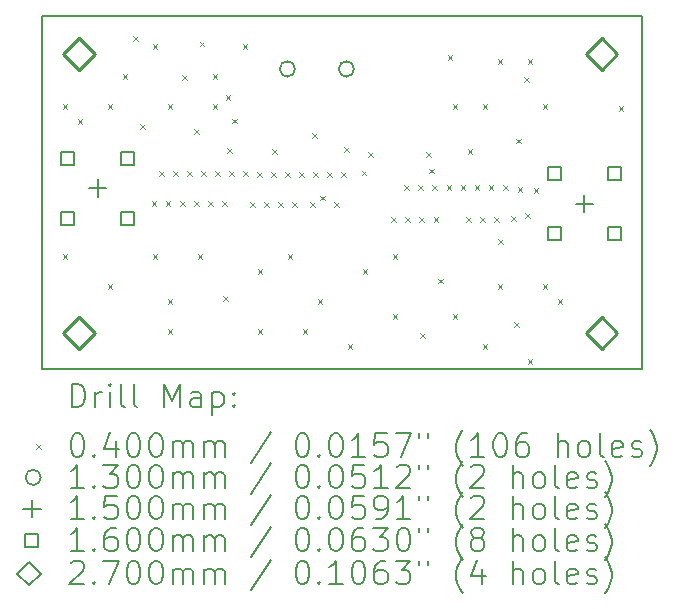
<source format=gbr>
%TF.GenerationSoftware,KiCad,Pcbnew,7.0.5*%
%TF.CreationDate,2023-11-04T20:08:41-04:00*%
%TF.ProjectId,LNA,4c4e412e-6b69-4636-9164-5f7063625858,rev?*%
%TF.SameCoordinates,Original*%
%TF.FileFunction,Drillmap*%
%TF.FilePolarity,Positive*%
%FSLAX45Y45*%
G04 Gerber Fmt 4.5, Leading zero omitted, Abs format (unit mm)*
G04 Created by KiCad (PCBNEW 7.0.5) date 2023-11-04 20:08:41*
%MOMM*%
%LPD*%
G01*
G04 APERTURE LIST*
%ADD10C,0.200000*%
%ADD11C,0.040000*%
%ADD12C,0.130000*%
%ADD13C,0.150000*%
%ADD14C,0.160000*%
%ADD15C,0.270000*%
G04 APERTURE END LIST*
D10*
X14665000Y-10411000D02*
X19745000Y-10411000D01*
X19745000Y-13404000D01*
X14665000Y-13404000D01*
X14665000Y-10411000D01*
D11*
X14839000Y-11156000D02*
X14879000Y-11196000D01*
X14879000Y-11156000D02*
X14839000Y-11196000D01*
X14839000Y-12426000D02*
X14879000Y-12466000D01*
X14879000Y-12426000D02*
X14839000Y-12466000D01*
X14966000Y-11283000D02*
X15006000Y-11323000D01*
X15006000Y-11283000D02*
X14966000Y-11323000D01*
X15220000Y-11156000D02*
X15260000Y-11196000D01*
X15260000Y-11156000D02*
X15220000Y-11196000D01*
X15220000Y-12680000D02*
X15260000Y-12720000D01*
X15260000Y-12680000D02*
X15220000Y-12720000D01*
X15347000Y-10902000D02*
X15387000Y-10942000D01*
X15387000Y-10902000D02*
X15347000Y-10942000D01*
X15439266Y-10584369D02*
X15479266Y-10624369D01*
X15479266Y-10584369D02*
X15439266Y-10624369D01*
X15497606Y-11329824D02*
X15537606Y-11369824D01*
X15537606Y-11329824D02*
X15497606Y-11369824D01*
X15593286Y-11982000D02*
X15633286Y-12022000D01*
X15633286Y-11982000D02*
X15593286Y-12022000D01*
X15601000Y-10648000D02*
X15641000Y-10688000D01*
X15641000Y-10648000D02*
X15601000Y-10688000D01*
X15601000Y-12426000D02*
X15641000Y-12466000D01*
X15641000Y-12426000D02*
X15601000Y-12466000D01*
X15654143Y-11727000D02*
X15694143Y-11767000D01*
X15694143Y-11727000D02*
X15654143Y-11767000D01*
X15712428Y-11982000D02*
X15752428Y-12022000D01*
X15752428Y-11982000D02*
X15712428Y-12022000D01*
X15728000Y-11156000D02*
X15768000Y-11196000D01*
X15768000Y-11156000D02*
X15728000Y-11196000D01*
X15728000Y-12807000D02*
X15768000Y-12847000D01*
X15768000Y-12807000D02*
X15728000Y-12847000D01*
X15728000Y-13061000D02*
X15768000Y-13101000D01*
X15768000Y-13061000D02*
X15728000Y-13101000D01*
X15773286Y-11727000D02*
X15813286Y-11767000D01*
X15813286Y-11727000D02*
X15773286Y-11767000D01*
X15831571Y-11982000D02*
X15871571Y-12022000D01*
X15871571Y-11982000D02*
X15831571Y-12022000D01*
X15850887Y-10911721D02*
X15890887Y-10951721D01*
X15890887Y-10911721D02*
X15850887Y-10951721D01*
X15892428Y-11727000D02*
X15932428Y-11767000D01*
X15932428Y-11727000D02*
X15892428Y-11767000D01*
X15950714Y-11982000D02*
X15990714Y-12022000D01*
X15990714Y-11982000D02*
X15950714Y-12022000D01*
X15954602Y-11371958D02*
X15994602Y-11411958D01*
X15994602Y-11371958D02*
X15954602Y-11411958D01*
X15982000Y-12426000D02*
X16022000Y-12466000D01*
X16022000Y-12426000D02*
X15982000Y-12466000D01*
X15999978Y-10629745D02*
X16039978Y-10669745D01*
X16039978Y-10629745D02*
X15999978Y-10669745D01*
X16011571Y-11727000D02*
X16051571Y-11767000D01*
X16051571Y-11727000D02*
X16011571Y-11767000D01*
X16069857Y-11982000D02*
X16109857Y-12022000D01*
X16109857Y-11982000D02*
X16069857Y-12022000D01*
X16109000Y-10902000D02*
X16149000Y-10942000D01*
X16149000Y-10902000D02*
X16109000Y-10942000D01*
X16109000Y-11156000D02*
X16149000Y-11196000D01*
X16149000Y-11156000D02*
X16109000Y-11196000D01*
X16130714Y-11727000D02*
X16170714Y-11767000D01*
X16170714Y-11727000D02*
X16130714Y-11767000D01*
X16189000Y-11982000D02*
X16229000Y-12022000D01*
X16229000Y-11982000D02*
X16189000Y-12022000D01*
X16200927Y-12785081D02*
X16240927Y-12825081D01*
X16240927Y-12785081D02*
X16200927Y-12825081D01*
X16220373Y-11080259D02*
X16260373Y-11120259D01*
X16260373Y-11080259D02*
X16220373Y-11120259D01*
X16233338Y-11530773D02*
X16273338Y-11570773D01*
X16273338Y-11530773D02*
X16233338Y-11570773D01*
X16249857Y-11727000D02*
X16289857Y-11767000D01*
X16289857Y-11727000D02*
X16249857Y-11767000D01*
X16275472Y-11281207D02*
X16315472Y-11321207D01*
X16315472Y-11281207D02*
X16275472Y-11321207D01*
X16363000Y-10648000D02*
X16403000Y-10688000D01*
X16403000Y-10648000D02*
X16363000Y-10688000D01*
X16369000Y-11727000D02*
X16409000Y-11767000D01*
X16409000Y-11727000D02*
X16369000Y-11767000D01*
X16426143Y-11990000D02*
X16466143Y-12030000D01*
X16466143Y-11990000D02*
X16426143Y-12030000D01*
X16485143Y-11734000D02*
X16525143Y-11774000D01*
X16525143Y-11734000D02*
X16485143Y-11774000D01*
X16490000Y-12553000D02*
X16530000Y-12593000D01*
X16530000Y-12553000D02*
X16490000Y-12593000D01*
X16490000Y-13061000D02*
X16530000Y-13101000D01*
X16530000Y-13061000D02*
X16490000Y-13101000D01*
X16545286Y-11990000D02*
X16585286Y-12030000D01*
X16585286Y-11990000D02*
X16545286Y-12030000D01*
X16604286Y-11734000D02*
X16644286Y-11774000D01*
X16644286Y-11734000D02*
X16604286Y-11774000D01*
X16615788Y-11537255D02*
X16655788Y-11577255D01*
X16655788Y-11537255D02*
X16615788Y-11577255D01*
X16664428Y-11990000D02*
X16704428Y-12030000D01*
X16704428Y-11990000D02*
X16664428Y-12030000D01*
X16723428Y-11734000D02*
X16763428Y-11774000D01*
X16763428Y-11734000D02*
X16723428Y-11774000D01*
X16744000Y-12426000D02*
X16784000Y-12466000D01*
X16784000Y-12426000D02*
X16744000Y-12466000D01*
X16783571Y-11990000D02*
X16823571Y-12030000D01*
X16823571Y-11990000D02*
X16783571Y-12030000D01*
X16842571Y-11734000D02*
X16882571Y-11774000D01*
X16882571Y-11734000D02*
X16842571Y-11774000D01*
X16871000Y-13061000D02*
X16911000Y-13101000D01*
X16911000Y-13061000D02*
X16871000Y-13101000D01*
X16932000Y-11988000D02*
X16972000Y-12028000D01*
X16972000Y-11988000D02*
X16932000Y-12028000D01*
X16949622Y-11404369D02*
X16989622Y-11444369D01*
X16989622Y-11404369D02*
X16949622Y-11444369D01*
X16961714Y-11734000D02*
X17001714Y-11774000D01*
X17001714Y-11734000D02*
X16961714Y-11774000D01*
X16998000Y-12807000D02*
X17038000Y-12847000D01*
X17038000Y-12807000D02*
X16998000Y-12847000D01*
X17022000Y-11933000D02*
X17062000Y-11973000D01*
X17062000Y-11933000D02*
X17022000Y-11973000D01*
X17080857Y-11734000D02*
X17120857Y-11774000D01*
X17120857Y-11734000D02*
X17080857Y-11774000D01*
X17141000Y-11990000D02*
X17181000Y-12030000D01*
X17181000Y-11990000D02*
X17141000Y-12030000D01*
X17200000Y-11734000D02*
X17240000Y-11774000D01*
X17240000Y-11734000D02*
X17200000Y-11774000D01*
X17221876Y-11524290D02*
X17261876Y-11564290D01*
X17261876Y-11524290D02*
X17221876Y-11564290D01*
X17252000Y-13188000D02*
X17292000Y-13228000D01*
X17292000Y-13188000D02*
X17252000Y-13228000D01*
X17372000Y-11720000D02*
X17412000Y-11760000D01*
X17412000Y-11720000D02*
X17372000Y-11760000D01*
X17379000Y-12553000D02*
X17419000Y-12593000D01*
X17419000Y-12553000D02*
X17379000Y-12593000D01*
X17427000Y-11566000D02*
X17467000Y-11606000D01*
X17467000Y-11566000D02*
X17427000Y-11606000D01*
X17622571Y-12112000D02*
X17662571Y-12152000D01*
X17662571Y-12112000D02*
X17622571Y-12152000D01*
X17633000Y-12426000D02*
X17673000Y-12466000D01*
X17673000Y-12426000D02*
X17633000Y-12466000D01*
X17633000Y-12934000D02*
X17673000Y-12974000D01*
X17673000Y-12934000D02*
X17633000Y-12974000D01*
X17732143Y-11843000D02*
X17772143Y-11883000D01*
X17772143Y-11843000D02*
X17732143Y-11883000D01*
X17741714Y-12112000D02*
X17781714Y-12152000D01*
X17781714Y-12112000D02*
X17741714Y-12152000D01*
X17851286Y-11843000D02*
X17891286Y-11883000D01*
X17891286Y-11843000D02*
X17851286Y-11883000D01*
X17860857Y-12112000D02*
X17900857Y-12152000D01*
X17900857Y-12112000D02*
X17860857Y-12152000D01*
X17866856Y-13099469D02*
X17906856Y-13139469D01*
X17906856Y-13099469D02*
X17866856Y-13139469D01*
X17916000Y-11563000D02*
X17956000Y-11603000D01*
X17956000Y-11563000D02*
X17916000Y-11603000D01*
X17943000Y-11704000D02*
X17983000Y-11744000D01*
X17983000Y-11704000D02*
X17943000Y-11744000D01*
X17970428Y-11843000D02*
X18010428Y-11883000D01*
X18010428Y-11843000D02*
X17970428Y-11883000D01*
X17980000Y-12112000D02*
X18020000Y-12152000D01*
X18020000Y-12112000D02*
X17980000Y-12152000D01*
X18019188Y-12635990D02*
X18059188Y-12675990D01*
X18059188Y-12635990D02*
X18019188Y-12675990D01*
X18089571Y-11843000D02*
X18129571Y-11883000D01*
X18129571Y-11843000D02*
X18089571Y-11883000D01*
X18098000Y-10741000D02*
X18138000Y-10781000D01*
X18138000Y-10741000D02*
X18098000Y-10781000D01*
X18141000Y-11156000D02*
X18181000Y-11196000D01*
X18181000Y-11156000D02*
X18141000Y-11196000D01*
X18141000Y-12934000D02*
X18181000Y-12974000D01*
X18181000Y-12934000D02*
X18141000Y-12974000D01*
X18208714Y-11843000D02*
X18248714Y-11883000D01*
X18248714Y-11843000D02*
X18208714Y-11883000D01*
X18257143Y-12112000D02*
X18297143Y-12152000D01*
X18297143Y-12112000D02*
X18257143Y-12152000D01*
X18268000Y-11537000D02*
X18308000Y-11577000D01*
X18308000Y-11537000D02*
X18268000Y-11577000D01*
X18327857Y-11843000D02*
X18367857Y-11883000D01*
X18367857Y-11843000D02*
X18327857Y-11883000D01*
X18376286Y-12112000D02*
X18416286Y-12152000D01*
X18416286Y-12112000D02*
X18376286Y-12152000D01*
X18395000Y-11156000D02*
X18435000Y-11196000D01*
X18435000Y-11156000D02*
X18395000Y-11196000D01*
X18395000Y-13188000D02*
X18435000Y-13228000D01*
X18435000Y-13188000D02*
X18395000Y-13228000D01*
X18447000Y-11843000D02*
X18487000Y-11883000D01*
X18487000Y-11843000D02*
X18447000Y-11883000D01*
X18495428Y-12112000D02*
X18535428Y-12152000D01*
X18535428Y-12112000D02*
X18495428Y-12152000D01*
X18522000Y-10775000D02*
X18562000Y-10815000D01*
X18562000Y-10775000D02*
X18522000Y-10815000D01*
X18522000Y-12680000D02*
X18562000Y-12720000D01*
X18562000Y-12680000D02*
X18522000Y-12720000D01*
X18524801Y-12302156D02*
X18564801Y-12342156D01*
X18564801Y-12302156D02*
X18524801Y-12342156D01*
X18569000Y-11845000D02*
X18609000Y-11885000D01*
X18609000Y-11845000D02*
X18569000Y-11885000D01*
X18636000Y-12107000D02*
X18676000Y-12147000D01*
X18676000Y-12107000D02*
X18636000Y-12147000D01*
X18660927Y-13002235D02*
X18700927Y-13042235D01*
X18700927Y-13002235D02*
X18660927Y-13042235D01*
X18677133Y-11449745D02*
X18717133Y-11489745D01*
X18717133Y-11449745D02*
X18677133Y-11489745D01*
X18691000Y-11863000D02*
X18731000Y-11903000D01*
X18731000Y-11863000D02*
X18691000Y-11903000D01*
X18745196Y-10927927D02*
X18785196Y-10967927D01*
X18785196Y-10927927D02*
X18745196Y-10967927D01*
X18753000Y-12078000D02*
X18793000Y-12118000D01*
X18793000Y-12078000D02*
X18753000Y-12118000D01*
X18776000Y-10775000D02*
X18816000Y-10815000D01*
X18816000Y-10775000D02*
X18776000Y-10815000D01*
X18776000Y-13315000D02*
X18816000Y-13355000D01*
X18816000Y-13315000D02*
X18776000Y-13355000D01*
X18826800Y-11867200D02*
X18866800Y-11907200D01*
X18866800Y-11867200D02*
X18826800Y-11907200D01*
X18903000Y-11156000D02*
X18943000Y-11196000D01*
X18943000Y-11156000D02*
X18903000Y-11196000D01*
X18903000Y-12680000D02*
X18943000Y-12720000D01*
X18943000Y-12680000D02*
X18903000Y-12720000D01*
X19030000Y-12807000D02*
X19070000Y-12847000D01*
X19070000Y-12807000D02*
X19030000Y-12847000D01*
X19545750Y-11177492D02*
X19585750Y-11217492D01*
X19585750Y-11177492D02*
X19545750Y-11217492D01*
D12*
X16807000Y-10860000D02*
G75*
G03*
X16807000Y-10860000I-65000J0D01*
G01*
X17307000Y-10860000D02*
G75*
G03*
X17307000Y-10860000I-65000J0D01*
G01*
D13*
X15135500Y-11796000D02*
X15135500Y-11946000D01*
X15060500Y-11871000D02*
X15210500Y-11871000D01*
X19257500Y-11925000D02*
X19257500Y-12075000D01*
X19182500Y-12000000D02*
X19332500Y-12000000D01*
D14*
X14938069Y-11673569D02*
X14938069Y-11560431D01*
X14824931Y-11560431D01*
X14824931Y-11673569D01*
X14938069Y-11673569D01*
X14938069Y-12181569D02*
X14938069Y-12068431D01*
X14824931Y-12068431D01*
X14824931Y-12181569D01*
X14938069Y-12181569D01*
X15446069Y-11673569D02*
X15446069Y-11560431D01*
X15332931Y-11560431D01*
X15332931Y-11673569D01*
X15446069Y-11673569D01*
X15446069Y-12181569D02*
X15446069Y-12068431D01*
X15332931Y-12068431D01*
X15332931Y-12181569D01*
X15446069Y-12181569D01*
X19060069Y-11802569D02*
X19060069Y-11689431D01*
X18946931Y-11689431D01*
X18946931Y-11802569D01*
X19060069Y-11802569D01*
X19060069Y-12310569D02*
X19060069Y-12197431D01*
X18946931Y-12197431D01*
X18946931Y-12310569D01*
X19060069Y-12310569D01*
X19568069Y-11802569D02*
X19568069Y-11689431D01*
X19454931Y-11689431D01*
X19454931Y-11802569D01*
X19568069Y-11802569D01*
X19568069Y-12310569D02*
X19568069Y-12197431D01*
X19454931Y-12197431D01*
X19454931Y-12310569D01*
X19568069Y-12310569D01*
D15*
X14977000Y-10870000D02*
X15112000Y-10735000D01*
X14977000Y-10600000D01*
X14842000Y-10735000D01*
X14977000Y-10870000D01*
X14977000Y-13228000D02*
X15112000Y-13093000D01*
X14977000Y-12958000D01*
X14842000Y-13093000D01*
X14977000Y-13228000D01*
X19402000Y-10870000D02*
X19537000Y-10735000D01*
X19402000Y-10600000D01*
X19267000Y-10735000D01*
X19402000Y-10870000D01*
X19402000Y-13228000D02*
X19537000Y-13093000D01*
X19402000Y-12958000D01*
X19267000Y-13093000D01*
X19402000Y-13228000D01*
D10*
X14915777Y-13725484D02*
X14915777Y-13525484D01*
X14915777Y-13525484D02*
X14963396Y-13525484D01*
X14963396Y-13525484D02*
X14991967Y-13535008D01*
X14991967Y-13535008D02*
X15011015Y-13554055D01*
X15011015Y-13554055D02*
X15020539Y-13573103D01*
X15020539Y-13573103D02*
X15030062Y-13611198D01*
X15030062Y-13611198D02*
X15030062Y-13639769D01*
X15030062Y-13639769D02*
X15020539Y-13677865D01*
X15020539Y-13677865D02*
X15011015Y-13696912D01*
X15011015Y-13696912D02*
X14991967Y-13715960D01*
X14991967Y-13715960D02*
X14963396Y-13725484D01*
X14963396Y-13725484D02*
X14915777Y-13725484D01*
X15115777Y-13725484D02*
X15115777Y-13592150D01*
X15115777Y-13630246D02*
X15125301Y-13611198D01*
X15125301Y-13611198D02*
X15134824Y-13601674D01*
X15134824Y-13601674D02*
X15153872Y-13592150D01*
X15153872Y-13592150D02*
X15172920Y-13592150D01*
X15239586Y-13725484D02*
X15239586Y-13592150D01*
X15239586Y-13525484D02*
X15230062Y-13535008D01*
X15230062Y-13535008D02*
X15239586Y-13544531D01*
X15239586Y-13544531D02*
X15249110Y-13535008D01*
X15249110Y-13535008D02*
X15239586Y-13525484D01*
X15239586Y-13525484D02*
X15239586Y-13544531D01*
X15363396Y-13725484D02*
X15344348Y-13715960D01*
X15344348Y-13715960D02*
X15334824Y-13696912D01*
X15334824Y-13696912D02*
X15334824Y-13525484D01*
X15468158Y-13725484D02*
X15449110Y-13715960D01*
X15449110Y-13715960D02*
X15439586Y-13696912D01*
X15439586Y-13696912D02*
X15439586Y-13525484D01*
X15696729Y-13725484D02*
X15696729Y-13525484D01*
X15696729Y-13525484D02*
X15763396Y-13668341D01*
X15763396Y-13668341D02*
X15830062Y-13525484D01*
X15830062Y-13525484D02*
X15830062Y-13725484D01*
X16011015Y-13725484D02*
X16011015Y-13620722D01*
X16011015Y-13620722D02*
X16001491Y-13601674D01*
X16001491Y-13601674D02*
X15982443Y-13592150D01*
X15982443Y-13592150D02*
X15944348Y-13592150D01*
X15944348Y-13592150D02*
X15925301Y-13601674D01*
X16011015Y-13715960D02*
X15991967Y-13725484D01*
X15991967Y-13725484D02*
X15944348Y-13725484D01*
X15944348Y-13725484D02*
X15925301Y-13715960D01*
X15925301Y-13715960D02*
X15915777Y-13696912D01*
X15915777Y-13696912D02*
X15915777Y-13677865D01*
X15915777Y-13677865D02*
X15925301Y-13658817D01*
X15925301Y-13658817D02*
X15944348Y-13649293D01*
X15944348Y-13649293D02*
X15991967Y-13649293D01*
X15991967Y-13649293D02*
X16011015Y-13639769D01*
X16106253Y-13592150D02*
X16106253Y-13792150D01*
X16106253Y-13601674D02*
X16125301Y-13592150D01*
X16125301Y-13592150D02*
X16163396Y-13592150D01*
X16163396Y-13592150D02*
X16182443Y-13601674D01*
X16182443Y-13601674D02*
X16191967Y-13611198D01*
X16191967Y-13611198D02*
X16201491Y-13630246D01*
X16201491Y-13630246D02*
X16201491Y-13687388D01*
X16201491Y-13687388D02*
X16191967Y-13706436D01*
X16191967Y-13706436D02*
X16182443Y-13715960D01*
X16182443Y-13715960D02*
X16163396Y-13725484D01*
X16163396Y-13725484D02*
X16125301Y-13725484D01*
X16125301Y-13725484D02*
X16106253Y-13715960D01*
X16287205Y-13706436D02*
X16296729Y-13715960D01*
X16296729Y-13715960D02*
X16287205Y-13725484D01*
X16287205Y-13725484D02*
X16277682Y-13715960D01*
X16277682Y-13715960D02*
X16287205Y-13706436D01*
X16287205Y-13706436D02*
X16287205Y-13725484D01*
X16287205Y-13601674D02*
X16296729Y-13611198D01*
X16296729Y-13611198D02*
X16287205Y-13620722D01*
X16287205Y-13620722D02*
X16277682Y-13611198D01*
X16277682Y-13611198D02*
X16287205Y-13601674D01*
X16287205Y-13601674D02*
X16287205Y-13620722D01*
D11*
X14615000Y-14034000D02*
X14655000Y-14074000D01*
X14655000Y-14034000D02*
X14615000Y-14074000D01*
D10*
X14953872Y-13945484D02*
X14972920Y-13945484D01*
X14972920Y-13945484D02*
X14991967Y-13955008D01*
X14991967Y-13955008D02*
X15001491Y-13964531D01*
X15001491Y-13964531D02*
X15011015Y-13983579D01*
X15011015Y-13983579D02*
X15020539Y-14021674D01*
X15020539Y-14021674D02*
X15020539Y-14069293D01*
X15020539Y-14069293D02*
X15011015Y-14107388D01*
X15011015Y-14107388D02*
X15001491Y-14126436D01*
X15001491Y-14126436D02*
X14991967Y-14135960D01*
X14991967Y-14135960D02*
X14972920Y-14145484D01*
X14972920Y-14145484D02*
X14953872Y-14145484D01*
X14953872Y-14145484D02*
X14934824Y-14135960D01*
X14934824Y-14135960D02*
X14925301Y-14126436D01*
X14925301Y-14126436D02*
X14915777Y-14107388D01*
X14915777Y-14107388D02*
X14906253Y-14069293D01*
X14906253Y-14069293D02*
X14906253Y-14021674D01*
X14906253Y-14021674D02*
X14915777Y-13983579D01*
X14915777Y-13983579D02*
X14925301Y-13964531D01*
X14925301Y-13964531D02*
X14934824Y-13955008D01*
X14934824Y-13955008D02*
X14953872Y-13945484D01*
X15106253Y-14126436D02*
X15115777Y-14135960D01*
X15115777Y-14135960D02*
X15106253Y-14145484D01*
X15106253Y-14145484D02*
X15096729Y-14135960D01*
X15096729Y-14135960D02*
X15106253Y-14126436D01*
X15106253Y-14126436D02*
X15106253Y-14145484D01*
X15287205Y-14012150D02*
X15287205Y-14145484D01*
X15239586Y-13935960D02*
X15191967Y-14078817D01*
X15191967Y-14078817D02*
X15315777Y-14078817D01*
X15430062Y-13945484D02*
X15449110Y-13945484D01*
X15449110Y-13945484D02*
X15468158Y-13955008D01*
X15468158Y-13955008D02*
X15477682Y-13964531D01*
X15477682Y-13964531D02*
X15487205Y-13983579D01*
X15487205Y-13983579D02*
X15496729Y-14021674D01*
X15496729Y-14021674D02*
X15496729Y-14069293D01*
X15496729Y-14069293D02*
X15487205Y-14107388D01*
X15487205Y-14107388D02*
X15477682Y-14126436D01*
X15477682Y-14126436D02*
X15468158Y-14135960D01*
X15468158Y-14135960D02*
X15449110Y-14145484D01*
X15449110Y-14145484D02*
X15430062Y-14145484D01*
X15430062Y-14145484D02*
X15411015Y-14135960D01*
X15411015Y-14135960D02*
X15401491Y-14126436D01*
X15401491Y-14126436D02*
X15391967Y-14107388D01*
X15391967Y-14107388D02*
X15382443Y-14069293D01*
X15382443Y-14069293D02*
X15382443Y-14021674D01*
X15382443Y-14021674D02*
X15391967Y-13983579D01*
X15391967Y-13983579D02*
X15401491Y-13964531D01*
X15401491Y-13964531D02*
X15411015Y-13955008D01*
X15411015Y-13955008D02*
X15430062Y-13945484D01*
X15620539Y-13945484D02*
X15639586Y-13945484D01*
X15639586Y-13945484D02*
X15658634Y-13955008D01*
X15658634Y-13955008D02*
X15668158Y-13964531D01*
X15668158Y-13964531D02*
X15677682Y-13983579D01*
X15677682Y-13983579D02*
X15687205Y-14021674D01*
X15687205Y-14021674D02*
X15687205Y-14069293D01*
X15687205Y-14069293D02*
X15677682Y-14107388D01*
X15677682Y-14107388D02*
X15668158Y-14126436D01*
X15668158Y-14126436D02*
X15658634Y-14135960D01*
X15658634Y-14135960D02*
X15639586Y-14145484D01*
X15639586Y-14145484D02*
X15620539Y-14145484D01*
X15620539Y-14145484D02*
X15601491Y-14135960D01*
X15601491Y-14135960D02*
X15591967Y-14126436D01*
X15591967Y-14126436D02*
X15582443Y-14107388D01*
X15582443Y-14107388D02*
X15572920Y-14069293D01*
X15572920Y-14069293D02*
X15572920Y-14021674D01*
X15572920Y-14021674D02*
X15582443Y-13983579D01*
X15582443Y-13983579D02*
X15591967Y-13964531D01*
X15591967Y-13964531D02*
X15601491Y-13955008D01*
X15601491Y-13955008D02*
X15620539Y-13945484D01*
X15772920Y-14145484D02*
X15772920Y-14012150D01*
X15772920Y-14031198D02*
X15782443Y-14021674D01*
X15782443Y-14021674D02*
X15801491Y-14012150D01*
X15801491Y-14012150D02*
X15830063Y-14012150D01*
X15830063Y-14012150D02*
X15849110Y-14021674D01*
X15849110Y-14021674D02*
X15858634Y-14040722D01*
X15858634Y-14040722D02*
X15858634Y-14145484D01*
X15858634Y-14040722D02*
X15868158Y-14021674D01*
X15868158Y-14021674D02*
X15887205Y-14012150D01*
X15887205Y-14012150D02*
X15915777Y-14012150D01*
X15915777Y-14012150D02*
X15934824Y-14021674D01*
X15934824Y-14021674D02*
X15944348Y-14040722D01*
X15944348Y-14040722D02*
X15944348Y-14145484D01*
X16039586Y-14145484D02*
X16039586Y-14012150D01*
X16039586Y-14031198D02*
X16049110Y-14021674D01*
X16049110Y-14021674D02*
X16068158Y-14012150D01*
X16068158Y-14012150D02*
X16096729Y-14012150D01*
X16096729Y-14012150D02*
X16115777Y-14021674D01*
X16115777Y-14021674D02*
X16125301Y-14040722D01*
X16125301Y-14040722D02*
X16125301Y-14145484D01*
X16125301Y-14040722D02*
X16134824Y-14021674D01*
X16134824Y-14021674D02*
X16153872Y-14012150D01*
X16153872Y-14012150D02*
X16182443Y-14012150D01*
X16182443Y-14012150D02*
X16201491Y-14021674D01*
X16201491Y-14021674D02*
X16211015Y-14040722D01*
X16211015Y-14040722D02*
X16211015Y-14145484D01*
X16601491Y-13935960D02*
X16430063Y-14193103D01*
X16858634Y-13945484D02*
X16877682Y-13945484D01*
X16877682Y-13945484D02*
X16896729Y-13955008D01*
X16896729Y-13955008D02*
X16906253Y-13964531D01*
X16906253Y-13964531D02*
X16915777Y-13983579D01*
X16915777Y-13983579D02*
X16925301Y-14021674D01*
X16925301Y-14021674D02*
X16925301Y-14069293D01*
X16925301Y-14069293D02*
X16915777Y-14107388D01*
X16915777Y-14107388D02*
X16906253Y-14126436D01*
X16906253Y-14126436D02*
X16896729Y-14135960D01*
X16896729Y-14135960D02*
X16877682Y-14145484D01*
X16877682Y-14145484D02*
X16858634Y-14145484D01*
X16858634Y-14145484D02*
X16839587Y-14135960D01*
X16839587Y-14135960D02*
X16830063Y-14126436D01*
X16830063Y-14126436D02*
X16820539Y-14107388D01*
X16820539Y-14107388D02*
X16811015Y-14069293D01*
X16811015Y-14069293D02*
X16811015Y-14021674D01*
X16811015Y-14021674D02*
X16820539Y-13983579D01*
X16820539Y-13983579D02*
X16830063Y-13964531D01*
X16830063Y-13964531D02*
X16839587Y-13955008D01*
X16839587Y-13955008D02*
X16858634Y-13945484D01*
X17011015Y-14126436D02*
X17020539Y-14135960D01*
X17020539Y-14135960D02*
X17011015Y-14145484D01*
X17011015Y-14145484D02*
X17001491Y-14135960D01*
X17001491Y-14135960D02*
X17011015Y-14126436D01*
X17011015Y-14126436D02*
X17011015Y-14145484D01*
X17144348Y-13945484D02*
X17163396Y-13945484D01*
X17163396Y-13945484D02*
X17182444Y-13955008D01*
X17182444Y-13955008D02*
X17191968Y-13964531D01*
X17191968Y-13964531D02*
X17201491Y-13983579D01*
X17201491Y-13983579D02*
X17211015Y-14021674D01*
X17211015Y-14021674D02*
X17211015Y-14069293D01*
X17211015Y-14069293D02*
X17201491Y-14107388D01*
X17201491Y-14107388D02*
X17191968Y-14126436D01*
X17191968Y-14126436D02*
X17182444Y-14135960D01*
X17182444Y-14135960D02*
X17163396Y-14145484D01*
X17163396Y-14145484D02*
X17144348Y-14145484D01*
X17144348Y-14145484D02*
X17125301Y-14135960D01*
X17125301Y-14135960D02*
X17115777Y-14126436D01*
X17115777Y-14126436D02*
X17106253Y-14107388D01*
X17106253Y-14107388D02*
X17096729Y-14069293D01*
X17096729Y-14069293D02*
X17096729Y-14021674D01*
X17096729Y-14021674D02*
X17106253Y-13983579D01*
X17106253Y-13983579D02*
X17115777Y-13964531D01*
X17115777Y-13964531D02*
X17125301Y-13955008D01*
X17125301Y-13955008D02*
X17144348Y-13945484D01*
X17401491Y-14145484D02*
X17287206Y-14145484D01*
X17344348Y-14145484D02*
X17344348Y-13945484D01*
X17344348Y-13945484D02*
X17325301Y-13974055D01*
X17325301Y-13974055D02*
X17306253Y-13993103D01*
X17306253Y-13993103D02*
X17287206Y-14002627D01*
X17582444Y-13945484D02*
X17487206Y-13945484D01*
X17487206Y-13945484D02*
X17477682Y-14040722D01*
X17477682Y-14040722D02*
X17487206Y-14031198D01*
X17487206Y-14031198D02*
X17506253Y-14021674D01*
X17506253Y-14021674D02*
X17553872Y-14021674D01*
X17553872Y-14021674D02*
X17572920Y-14031198D01*
X17572920Y-14031198D02*
X17582444Y-14040722D01*
X17582444Y-14040722D02*
X17591968Y-14059769D01*
X17591968Y-14059769D02*
X17591968Y-14107388D01*
X17591968Y-14107388D02*
X17582444Y-14126436D01*
X17582444Y-14126436D02*
X17572920Y-14135960D01*
X17572920Y-14135960D02*
X17553872Y-14145484D01*
X17553872Y-14145484D02*
X17506253Y-14145484D01*
X17506253Y-14145484D02*
X17487206Y-14135960D01*
X17487206Y-14135960D02*
X17477682Y-14126436D01*
X17658634Y-13945484D02*
X17791968Y-13945484D01*
X17791968Y-13945484D02*
X17706253Y-14145484D01*
X17858634Y-13945484D02*
X17858634Y-13983579D01*
X17934825Y-13945484D02*
X17934825Y-13983579D01*
X18230063Y-14221674D02*
X18220539Y-14212150D01*
X18220539Y-14212150D02*
X18201491Y-14183579D01*
X18201491Y-14183579D02*
X18191968Y-14164531D01*
X18191968Y-14164531D02*
X18182444Y-14135960D01*
X18182444Y-14135960D02*
X18172920Y-14088341D01*
X18172920Y-14088341D02*
X18172920Y-14050246D01*
X18172920Y-14050246D02*
X18182444Y-14002627D01*
X18182444Y-14002627D02*
X18191968Y-13974055D01*
X18191968Y-13974055D02*
X18201491Y-13955008D01*
X18201491Y-13955008D02*
X18220539Y-13926436D01*
X18220539Y-13926436D02*
X18230063Y-13916912D01*
X18411015Y-14145484D02*
X18296730Y-14145484D01*
X18353872Y-14145484D02*
X18353872Y-13945484D01*
X18353872Y-13945484D02*
X18334825Y-13974055D01*
X18334825Y-13974055D02*
X18315777Y-13993103D01*
X18315777Y-13993103D02*
X18296730Y-14002627D01*
X18534825Y-13945484D02*
X18553872Y-13945484D01*
X18553872Y-13945484D02*
X18572920Y-13955008D01*
X18572920Y-13955008D02*
X18582444Y-13964531D01*
X18582444Y-13964531D02*
X18591968Y-13983579D01*
X18591968Y-13983579D02*
X18601491Y-14021674D01*
X18601491Y-14021674D02*
X18601491Y-14069293D01*
X18601491Y-14069293D02*
X18591968Y-14107388D01*
X18591968Y-14107388D02*
X18582444Y-14126436D01*
X18582444Y-14126436D02*
X18572920Y-14135960D01*
X18572920Y-14135960D02*
X18553872Y-14145484D01*
X18553872Y-14145484D02*
X18534825Y-14145484D01*
X18534825Y-14145484D02*
X18515777Y-14135960D01*
X18515777Y-14135960D02*
X18506253Y-14126436D01*
X18506253Y-14126436D02*
X18496730Y-14107388D01*
X18496730Y-14107388D02*
X18487206Y-14069293D01*
X18487206Y-14069293D02*
X18487206Y-14021674D01*
X18487206Y-14021674D02*
X18496730Y-13983579D01*
X18496730Y-13983579D02*
X18506253Y-13964531D01*
X18506253Y-13964531D02*
X18515777Y-13955008D01*
X18515777Y-13955008D02*
X18534825Y-13945484D01*
X18772920Y-13945484D02*
X18734825Y-13945484D01*
X18734825Y-13945484D02*
X18715777Y-13955008D01*
X18715777Y-13955008D02*
X18706253Y-13964531D01*
X18706253Y-13964531D02*
X18687206Y-13993103D01*
X18687206Y-13993103D02*
X18677682Y-14031198D01*
X18677682Y-14031198D02*
X18677682Y-14107388D01*
X18677682Y-14107388D02*
X18687206Y-14126436D01*
X18687206Y-14126436D02*
X18696730Y-14135960D01*
X18696730Y-14135960D02*
X18715777Y-14145484D01*
X18715777Y-14145484D02*
X18753872Y-14145484D01*
X18753872Y-14145484D02*
X18772920Y-14135960D01*
X18772920Y-14135960D02*
X18782444Y-14126436D01*
X18782444Y-14126436D02*
X18791968Y-14107388D01*
X18791968Y-14107388D02*
X18791968Y-14059769D01*
X18791968Y-14059769D02*
X18782444Y-14040722D01*
X18782444Y-14040722D02*
X18772920Y-14031198D01*
X18772920Y-14031198D02*
X18753872Y-14021674D01*
X18753872Y-14021674D02*
X18715777Y-14021674D01*
X18715777Y-14021674D02*
X18696730Y-14031198D01*
X18696730Y-14031198D02*
X18687206Y-14040722D01*
X18687206Y-14040722D02*
X18677682Y-14059769D01*
X19030063Y-14145484D02*
X19030063Y-13945484D01*
X19115777Y-14145484D02*
X19115777Y-14040722D01*
X19115777Y-14040722D02*
X19106253Y-14021674D01*
X19106253Y-14021674D02*
X19087206Y-14012150D01*
X19087206Y-14012150D02*
X19058634Y-14012150D01*
X19058634Y-14012150D02*
X19039587Y-14021674D01*
X19039587Y-14021674D02*
X19030063Y-14031198D01*
X19239587Y-14145484D02*
X19220539Y-14135960D01*
X19220539Y-14135960D02*
X19211015Y-14126436D01*
X19211015Y-14126436D02*
X19201492Y-14107388D01*
X19201492Y-14107388D02*
X19201492Y-14050246D01*
X19201492Y-14050246D02*
X19211015Y-14031198D01*
X19211015Y-14031198D02*
X19220539Y-14021674D01*
X19220539Y-14021674D02*
X19239587Y-14012150D01*
X19239587Y-14012150D02*
X19268158Y-14012150D01*
X19268158Y-14012150D02*
X19287206Y-14021674D01*
X19287206Y-14021674D02*
X19296730Y-14031198D01*
X19296730Y-14031198D02*
X19306253Y-14050246D01*
X19306253Y-14050246D02*
X19306253Y-14107388D01*
X19306253Y-14107388D02*
X19296730Y-14126436D01*
X19296730Y-14126436D02*
X19287206Y-14135960D01*
X19287206Y-14135960D02*
X19268158Y-14145484D01*
X19268158Y-14145484D02*
X19239587Y-14145484D01*
X19420539Y-14145484D02*
X19401492Y-14135960D01*
X19401492Y-14135960D02*
X19391968Y-14116912D01*
X19391968Y-14116912D02*
X19391968Y-13945484D01*
X19572920Y-14135960D02*
X19553873Y-14145484D01*
X19553873Y-14145484D02*
X19515777Y-14145484D01*
X19515777Y-14145484D02*
X19496730Y-14135960D01*
X19496730Y-14135960D02*
X19487206Y-14116912D01*
X19487206Y-14116912D02*
X19487206Y-14040722D01*
X19487206Y-14040722D02*
X19496730Y-14021674D01*
X19496730Y-14021674D02*
X19515777Y-14012150D01*
X19515777Y-14012150D02*
X19553873Y-14012150D01*
X19553873Y-14012150D02*
X19572920Y-14021674D01*
X19572920Y-14021674D02*
X19582444Y-14040722D01*
X19582444Y-14040722D02*
X19582444Y-14059769D01*
X19582444Y-14059769D02*
X19487206Y-14078817D01*
X19658634Y-14135960D02*
X19677682Y-14145484D01*
X19677682Y-14145484D02*
X19715777Y-14145484D01*
X19715777Y-14145484D02*
X19734825Y-14135960D01*
X19734825Y-14135960D02*
X19744349Y-14116912D01*
X19744349Y-14116912D02*
X19744349Y-14107388D01*
X19744349Y-14107388D02*
X19734825Y-14088341D01*
X19734825Y-14088341D02*
X19715777Y-14078817D01*
X19715777Y-14078817D02*
X19687206Y-14078817D01*
X19687206Y-14078817D02*
X19668158Y-14069293D01*
X19668158Y-14069293D02*
X19658634Y-14050246D01*
X19658634Y-14050246D02*
X19658634Y-14040722D01*
X19658634Y-14040722D02*
X19668158Y-14021674D01*
X19668158Y-14021674D02*
X19687206Y-14012150D01*
X19687206Y-14012150D02*
X19715777Y-14012150D01*
X19715777Y-14012150D02*
X19734825Y-14021674D01*
X19811015Y-14221674D02*
X19820539Y-14212150D01*
X19820539Y-14212150D02*
X19839587Y-14183579D01*
X19839587Y-14183579D02*
X19849111Y-14164531D01*
X19849111Y-14164531D02*
X19858634Y-14135960D01*
X19858634Y-14135960D02*
X19868158Y-14088341D01*
X19868158Y-14088341D02*
X19868158Y-14050246D01*
X19868158Y-14050246D02*
X19858634Y-14002627D01*
X19858634Y-14002627D02*
X19849111Y-13974055D01*
X19849111Y-13974055D02*
X19839587Y-13955008D01*
X19839587Y-13955008D02*
X19820539Y-13926436D01*
X19820539Y-13926436D02*
X19811015Y-13916912D01*
D12*
X14655000Y-14318000D02*
G75*
G03*
X14655000Y-14318000I-65000J0D01*
G01*
D10*
X15020539Y-14409484D02*
X14906253Y-14409484D01*
X14963396Y-14409484D02*
X14963396Y-14209484D01*
X14963396Y-14209484D02*
X14944348Y-14238055D01*
X14944348Y-14238055D02*
X14925301Y-14257103D01*
X14925301Y-14257103D02*
X14906253Y-14266627D01*
X15106253Y-14390436D02*
X15115777Y-14399960D01*
X15115777Y-14399960D02*
X15106253Y-14409484D01*
X15106253Y-14409484D02*
X15096729Y-14399960D01*
X15096729Y-14399960D02*
X15106253Y-14390436D01*
X15106253Y-14390436D02*
X15106253Y-14409484D01*
X15182443Y-14209484D02*
X15306253Y-14209484D01*
X15306253Y-14209484D02*
X15239586Y-14285674D01*
X15239586Y-14285674D02*
X15268158Y-14285674D01*
X15268158Y-14285674D02*
X15287205Y-14295198D01*
X15287205Y-14295198D02*
X15296729Y-14304722D01*
X15296729Y-14304722D02*
X15306253Y-14323769D01*
X15306253Y-14323769D02*
X15306253Y-14371388D01*
X15306253Y-14371388D02*
X15296729Y-14390436D01*
X15296729Y-14390436D02*
X15287205Y-14399960D01*
X15287205Y-14399960D02*
X15268158Y-14409484D01*
X15268158Y-14409484D02*
X15211015Y-14409484D01*
X15211015Y-14409484D02*
X15191967Y-14399960D01*
X15191967Y-14399960D02*
X15182443Y-14390436D01*
X15430062Y-14209484D02*
X15449110Y-14209484D01*
X15449110Y-14209484D02*
X15468158Y-14219008D01*
X15468158Y-14219008D02*
X15477682Y-14228531D01*
X15477682Y-14228531D02*
X15487205Y-14247579D01*
X15487205Y-14247579D02*
X15496729Y-14285674D01*
X15496729Y-14285674D02*
X15496729Y-14333293D01*
X15496729Y-14333293D02*
X15487205Y-14371388D01*
X15487205Y-14371388D02*
X15477682Y-14390436D01*
X15477682Y-14390436D02*
X15468158Y-14399960D01*
X15468158Y-14399960D02*
X15449110Y-14409484D01*
X15449110Y-14409484D02*
X15430062Y-14409484D01*
X15430062Y-14409484D02*
X15411015Y-14399960D01*
X15411015Y-14399960D02*
X15401491Y-14390436D01*
X15401491Y-14390436D02*
X15391967Y-14371388D01*
X15391967Y-14371388D02*
X15382443Y-14333293D01*
X15382443Y-14333293D02*
X15382443Y-14285674D01*
X15382443Y-14285674D02*
X15391967Y-14247579D01*
X15391967Y-14247579D02*
X15401491Y-14228531D01*
X15401491Y-14228531D02*
X15411015Y-14219008D01*
X15411015Y-14219008D02*
X15430062Y-14209484D01*
X15620539Y-14209484D02*
X15639586Y-14209484D01*
X15639586Y-14209484D02*
X15658634Y-14219008D01*
X15658634Y-14219008D02*
X15668158Y-14228531D01*
X15668158Y-14228531D02*
X15677682Y-14247579D01*
X15677682Y-14247579D02*
X15687205Y-14285674D01*
X15687205Y-14285674D02*
X15687205Y-14333293D01*
X15687205Y-14333293D02*
X15677682Y-14371388D01*
X15677682Y-14371388D02*
X15668158Y-14390436D01*
X15668158Y-14390436D02*
X15658634Y-14399960D01*
X15658634Y-14399960D02*
X15639586Y-14409484D01*
X15639586Y-14409484D02*
X15620539Y-14409484D01*
X15620539Y-14409484D02*
X15601491Y-14399960D01*
X15601491Y-14399960D02*
X15591967Y-14390436D01*
X15591967Y-14390436D02*
X15582443Y-14371388D01*
X15582443Y-14371388D02*
X15572920Y-14333293D01*
X15572920Y-14333293D02*
X15572920Y-14285674D01*
X15572920Y-14285674D02*
X15582443Y-14247579D01*
X15582443Y-14247579D02*
X15591967Y-14228531D01*
X15591967Y-14228531D02*
X15601491Y-14219008D01*
X15601491Y-14219008D02*
X15620539Y-14209484D01*
X15772920Y-14409484D02*
X15772920Y-14276150D01*
X15772920Y-14295198D02*
X15782443Y-14285674D01*
X15782443Y-14285674D02*
X15801491Y-14276150D01*
X15801491Y-14276150D02*
X15830063Y-14276150D01*
X15830063Y-14276150D02*
X15849110Y-14285674D01*
X15849110Y-14285674D02*
X15858634Y-14304722D01*
X15858634Y-14304722D02*
X15858634Y-14409484D01*
X15858634Y-14304722D02*
X15868158Y-14285674D01*
X15868158Y-14285674D02*
X15887205Y-14276150D01*
X15887205Y-14276150D02*
X15915777Y-14276150D01*
X15915777Y-14276150D02*
X15934824Y-14285674D01*
X15934824Y-14285674D02*
X15944348Y-14304722D01*
X15944348Y-14304722D02*
X15944348Y-14409484D01*
X16039586Y-14409484D02*
X16039586Y-14276150D01*
X16039586Y-14295198D02*
X16049110Y-14285674D01*
X16049110Y-14285674D02*
X16068158Y-14276150D01*
X16068158Y-14276150D02*
X16096729Y-14276150D01*
X16096729Y-14276150D02*
X16115777Y-14285674D01*
X16115777Y-14285674D02*
X16125301Y-14304722D01*
X16125301Y-14304722D02*
X16125301Y-14409484D01*
X16125301Y-14304722D02*
X16134824Y-14285674D01*
X16134824Y-14285674D02*
X16153872Y-14276150D01*
X16153872Y-14276150D02*
X16182443Y-14276150D01*
X16182443Y-14276150D02*
X16201491Y-14285674D01*
X16201491Y-14285674D02*
X16211015Y-14304722D01*
X16211015Y-14304722D02*
X16211015Y-14409484D01*
X16601491Y-14199960D02*
X16430063Y-14457103D01*
X16858634Y-14209484D02*
X16877682Y-14209484D01*
X16877682Y-14209484D02*
X16896729Y-14219008D01*
X16896729Y-14219008D02*
X16906253Y-14228531D01*
X16906253Y-14228531D02*
X16915777Y-14247579D01*
X16915777Y-14247579D02*
X16925301Y-14285674D01*
X16925301Y-14285674D02*
X16925301Y-14333293D01*
X16925301Y-14333293D02*
X16915777Y-14371388D01*
X16915777Y-14371388D02*
X16906253Y-14390436D01*
X16906253Y-14390436D02*
X16896729Y-14399960D01*
X16896729Y-14399960D02*
X16877682Y-14409484D01*
X16877682Y-14409484D02*
X16858634Y-14409484D01*
X16858634Y-14409484D02*
X16839587Y-14399960D01*
X16839587Y-14399960D02*
X16830063Y-14390436D01*
X16830063Y-14390436D02*
X16820539Y-14371388D01*
X16820539Y-14371388D02*
X16811015Y-14333293D01*
X16811015Y-14333293D02*
X16811015Y-14285674D01*
X16811015Y-14285674D02*
X16820539Y-14247579D01*
X16820539Y-14247579D02*
X16830063Y-14228531D01*
X16830063Y-14228531D02*
X16839587Y-14219008D01*
X16839587Y-14219008D02*
X16858634Y-14209484D01*
X17011015Y-14390436D02*
X17020539Y-14399960D01*
X17020539Y-14399960D02*
X17011015Y-14409484D01*
X17011015Y-14409484D02*
X17001491Y-14399960D01*
X17001491Y-14399960D02*
X17011015Y-14390436D01*
X17011015Y-14390436D02*
X17011015Y-14409484D01*
X17144348Y-14209484D02*
X17163396Y-14209484D01*
X17163396Y-14209484D02*
X17182444Y-14219008D01*
X17182444Y-14219008D02*
X17191968Y-14228531D01*
X17191968Y-14228531D02*
X17201491Y-14247579D01*
X17201491Y-14247579D02*
X17211015Y-14285674D01*
X17211015Y-14285674D02*
X17211015Y-14333293D01*
X17211015Y-14333293D02*
X17201491Y-14371388D01*
X17201491Y-14371388D02*
X17191968Y-14390436D01*
X17191968Y-14390436D02*
X17182444Y-14399960D01*
X17182444Y-14399960D02*
X17163396Y-14409484D01*
X17163396Y-14409484D02*
X17144348Y-14409484D01*
X17144348Y-14409484D02*
X17125301Y-14399960D01*
X17125301Y-14399960D02*
X17115777Y-14390436D01*
X17115777Y-14390436D02*
X17106253Y-14371388D01*
X17106253Y-14371388D02*
X17096729Y-14333293D01*
X17096729Y-14333293D02*
X17096729Y-14285674D01*
X17096729Y-14285674D02*
X17106253Y-14247579D01*
X17106253Y-14247579D02*
X17115777Y-14228531D01*
X17115777Y-14228531D02*
X17125301Y-14219008D01*
X17125301Y-14219008D02*
X17144348Y-14209484D01*
X17391968Y-14209484D02*
X17296729Y-14209484D01*
X17296729Y-14209484D02*
X17287206Y-14304722D01*
X17287206Y-14304722D02*
X17296729Y-14295198D01*
X17296729Y-14295198D02*
X17315777Y-14285674D01*
X17315777Y-14285674D02*
X17363396Y-14285674D01*
X17363396Y-14285674D02*
X17382444Y-14295198D01*
X17382444Y-14295198D02*
X17391968Y-14304722D01*
X17391968Y-14304722D02*
X17401491Y-14323769D01*
X17401491Y-14323769D02*
X17401491Y-14371388D01*
X17401491Y-14371388D02*
X17391968Y-14390436D01*
X17391968Y-14390436D02*
X17382444Y-14399960D01*
X17382444Y-14399960D02*
X17363396Y-14409484D01*
X17363396Y-14409484D02*
X17315777Y-14409484D01*
X17315777Y-14409484D02*
X17296729Y-14399960D01*
X17296729Y-14399960D02*
X17287206Y-14390436D01*
X17591968Y-14409484D02*
X17477682Y-14409484D01*
X17534825Y-14409484D02*
X17534825Y-14209484D01*
X17534825Y-14209484D02*
X17515777Y-14238055D01*
X17515777Y-14238055D02*
X17496729Y-14257103D01*
X17496729Y-14257103D02*
X17477682Y-14266627D01*
X17668158Y-14228531D02*
X17677682Y-14219008D01*
X17677682Y-14219008D02*
X17696729Y-14209484D01*
X17696729Y-14209484D02*
X17744349Y-14209484D01*
X17744349Y-14209484D02*
X17763396Y-14219008D01*
X17763396Y-14219008D02*
X17772920Y-14228531D01*
X17772920Y-14228531D02*
X17782444Y-14247579D01*
X17782444Y-14247579D02*
X17782444Y-14266627D01*
X17782444Y-14266627D02*
X17772920Y-14295198D01*
X17772920Y-14295198D02*
X17658634Y-14409484D01*
X17658634Y-14409484D02*
X17782444Y-14409484D01*
X17858634Y-14209484D02*
X17858634Y-14247579D01*
X17934825Y-14209484D02*
X17934825Y-14247579D01*
X18230063Y-14485674D02*
X18220539Y-14476150D01*
X18220539Y-14476150D02*
X18201491Y-14447579D01*
X18201491Y-14447579D02*
X18191968Y-14428531D01*
X18191968Y-14428531D02*
X18182444Y-14399960D01*
X18182444Y-14399960D02*
X18172920Y-14352341D01*
X18172920Y-14352341D02*
X18172920Y-14314246D01*
X18172920Y-14314246D02*
X18182444Y-14266627D01*
X18182444Y-14266627D02*
X18191968Y-14238055D01*
X18191968Y-14238055D02*
X18201491Y-14219008D01*
X18201491Y-14219008D02*
X18220539Y-14190436D01*
X18220539Y-14190436D02*
X18230063Y-14180912D01*
X18296730Y-14228531D02*
X18306253Y-14219008D01*
X18306253Y-14219008D02*
X18325301Y-14209484D01*
X18325301Y-14209484D02*
X18372920Y-14209484D01*
X18372920Y-14209484D02*
X18391968Y-14219008D01*
X18391968Y-14219008D02*
X18401491Y-14228531D01*
X18401491Y-14228531D02*
X18411015Y-14247579D01*
X18411015Y-14247579D02*
X18411015Y-14266627D01*
X18411015Y-14266627D02*
X18401491Y-14295198D01*
X18401491Y-14295198D02*
X18287206Y-14409484D01*
X18287206Y-14409484D02*
X18411015Y-14409484D01*
X18649111Y-14409484D02*
X18649111Y-14209484D01*
X18734825Y-14409484D02*
X18734825Y-14304722D01*
X18734825Y-14304722D02*
X18725301Y-14285674D01*
X18725301Y-14285674D02*
X18706253Y-14276150D01*
X18706253Y-14276150D02*
X18677682Y-14276150D01*
X18677682Y-14276150D02*
X18658634Y-14285674D01*
X18658634Y-14285674D02*
X18649111Y-14295198D01*
X18858634Y-14409484D02*
X18839587Y-14399960D01*
X18839587Y-14399960D02*
X18830063Y-14390436D01*
X18830063Y-14390436D02*
X18820539Y-14371388D01*
X18820539Y-14371388D02*
X18820539Y-14314246D01*
X18820539Y-14314246D02*
X18830063Y-14295198D01*
X18830063Y-14295198D02*
X18839587Y-14285674D01*
X18839587Y-14285674D02*
X18858634Y-14276150D01*
X18858634Y-14276150D02*
X18887206Y-14276150D01*
X18887206Y-14276150D02*
X18906253Y-14285674D01*
X18906253Y-14285674D02*
X18915777Y-14295198D01*
X18915777Y-14295198D02*
X18925301Y-14314246D01*
X18925301Y-14314246D02*
X18925301Y-14371388D01*
X18925301Y-14371388D02*
X18915777Y-14390436D01*
X18915777Y-14390436D02*
X18906253Y-14399960D01*
X18906253Y-14399960D02*
X18887206Y-14409484D01*
X18887206Y-14409484D02*
X18858634Y-14409484D01*
X19039587Y-14409484D02*
X19020539Y-14399960D01*
X19020539Y-14399960D02*
X19011015Y-14380912D01*
X19011015Y-14380912D02*
X19011015Y-14209484D01*
X19191968Y-14399960D02*
X19172920Y-14409484D01*
X19172920Y-14409484D02*
X19134825Y-14409484D01*
X19134825Y-14409484D02*
X19115777Y-14399960D01*
X19115777Y-14399960D02*
X19106253Y-14380912D01*
X19106253Y-14380912D02*
X19106253Y-14304722D01*
X19106253Y-14304722D02*
X19115777Y-14285674D01*
X19115777Y-14285674D02*
X19134825Y-14276150D01*
X19134825Y-14276150D02*
X19172920Y-14276150D01*
X19172920Y-14276150D02*
X19191968Y-14285674D01*
X19191968Y-14285674D02*
X19201492Y-14304722D01*
X19201492Y-14304722D02*
X19201492Y-14323769D01*
X19201492Y-14323769D02*
X19106253Y-14342817D01*
X19277682Y-14399960D02*
X19296730Y-14409484D01*
X19296730Y-14409484D02*
X19334825Y-14409484D01*
X19334825Y-14409484D02*
X19353873Y-14399960D01*
X19353873Y-14399960D02*
X19363396Y-14380912D01*
X19363396Y-14380912D02*
X19363396Y-14371388D01*
X19363396Y-14371388D02*
X19353873Y-14352341D01*
X19353873Y-14352341D02*
X19334825Y-14342817D01*
X19334825Y-14342817D02*
X19306253Y-14342817D01*
X19306253Y-14342817D02*
X19287206Y-14333293D01*
X19287206Y-14333293D02*
X19277682Y-14314246D01*
X19277682Y-14314246D02*
X19277682Y-14304722D01*
X19277682Y-14304722D02*
X19287206Y-14285674D01*
X19287206Y-14285674D02*
X19306253Y-14276150D01*
X19306253Y-14276150D02*
X19334825Y-14276150D01*
X19334825Y-14276150D02*
X19353873Y-14285674D01*
X19430063Y-14485674D02*
X19439587Y-14476150D01*
X19439587Y-14476150D02*
X19458634Y-14447579D01*
X19458634Y-14447579D02*
X19468158Y-14428531D01*
X19468158Y-14428531D02*
X19477682Y-14399960D01*
X19477682Y-14399960D02*
X19487206Y-14352341D01*
X19487206Y-14352341D02*
X19487206Y-14314246D01*
X19487206Y-14314246D02*
X19477682Y-14266627D01*
X19477682Y-14266627D02*
X19468158Y-14238055D01*
X19468158Y-14238055D02*
X19458634Y-14219008D01*
X19458634Y-14219008D02*
X19439587Y-14190436D01*
X19439587Y-14190436D02*
X19430063Y-14180912D01*
D13*
X14580000Y-14507000D02*
X14580000Y-14657000D01*
X14505000Y-14582000D02*
X14655000Y-14582000D01*
D10*
X15020539Y-14673484D02*
X14906253Y-14673484D01*
X14963396Y-14673484D02*
X14963396Y-14473484D01*
X14963396Y-14473484D02*
X14944348Y-14502055D01*
X14944348Y-14502055D02*
X14925301Y-14521103D01*
X14925301Y-14521103D02*
X14906253Y-14530627D01*
X15106253Y-14654436D02*
X15115777Y-14663960D01*
X15115777Y-14663960D02*
X15106253Y-14673484D01*
X15106253Y-14673484D02*
X15096729Y-14663960D01*
X15096729Y-14663960D02*
X15106253Y-14654436D01*
X15106253Y-14654436D02*
X15106253Y-14673484D01*
X15296729Y-14473484D02*
X15201491Y-14473484D01*
X15201491Y-14473484D02*
X15191967Y-14568722D01*
X15191967Y-14568722D02*
X15201491Y-14559198D01*
X15201491Y-14559198D02*
X15220539Y-14549674D01*
X15220539Y-14549674D02*
X15268158Y-14549674D01*
X15268158Y-14549674D02*
X15287205Y-14559198D01*
X15287205Y-14559198D02*
X15296729Y-14568722D01*
X15296729Y-14568722D02*
X15306253Y-14587769D01*
X15306253Y-14587769D02*
X15306253Y-14635388D01*
X15306253Y-14635388D02*
X15296729Y-14654436D01*
X15296729Y-14654436D02*
X15287205Y-14663960D01*
X15287205Y-14663960D02*
X15268158Y-14673484D01*
X15268158Y-14673484D02*
X15220539Y-14673484D01*
X15220539Y-14673484D02*
X15201491Y-14663960D01*
X15201491Y-14663960D02*
X15191967Y-14654436D01*
X15430062Y-14473484D02*
X15449110Y-14473484D01*
X15449110Y-14473484D02*
X15468158Y-14483008D01*
X15468158Y-14483008D02*
X15477682Y-14492531D01*
X15477682Y-14492531D02*
X15487205Y-14511579D01*
X15487205Y-14511579D02*
X15496729Y-14549674D01*
X15496729Y-14549674D02*
X15496729Y-14597293D01*
X15496729Y-14597293D02*
X15487205Y-14635388D01*
X15487205Y-14635388D02*
X15477682Y-14654436D01*
X15477682Y-14654436D02*
X15468158Y-14663960D01*
X15468158Y-14663960D02*
X15449110Y-14673484D01*
X15449110Y-14673484D02*
X15430062Y-14673484D01*
X15430062Y-14673484D02*
X15411015Y-14663960D01*
X15411015Y-14663960D02*
X15401491Y-14654436D01*
X15401491Y-14654436D02*
X15391967Y-14635388D01*
X15391967Y-14635388D02*
X15382443Y-14597293D01*
X15382443Y-14597293D02*
X15382443Y-14549674D01*
X15382443Y-14549674D02*
X15391967Y-14511579D01*
X15391967Y-14511579D02*
X15401491Y-14492531D01*
X15401491Y-14492531D02*
X15411015Y-14483008D01*
X15411015Y-14483008D02*
X15430062Y-14473484D01*
X15620539Y-14473484D02*
X15639586Y-14473484D01*
X15639586Y-14473484D02*
X15658634Y-14483008D01*
X15658634Y-14483008D02*
X15668158Y-14492531D01*
X15668158Y-14492531D02*
X15677682Y-14511579D01*
X15677682Y-14511579D02*
X15687205Y-14549674D01*
X15687205Y-14549674D02*
X15687205Y-14597293D01*
X15687205Y-14597293D02*
X15677682Y-14635388D01*
X15677682Y-14635388D02*
X15668158Y-14654436D01*
X15668158Y-14654436D02*
X15658634Y-14663960D01*
X15658634Y-14663960D02*
X15639586Y-14673484D01*
X15639586Y-14673484D02*
X15620539Y-14673484D01*
X15620539Y-14673484D02*
X15601491Y-14663960D01*
X15601491Y-14663960D02*
X15591967Y-14654436D01*
X15591967Y-14654436D02*
X15582443Y-14635388D01*
X15582443Y-14635388D02*
X15572920Y-14597293D01*
X15572920Y-14597293D02*
X15572920Y-14549674D01*
X15572920Y-14549674D02*
X15582443Y-14511579D01*
X15582443Y-14511579D02*
X15591967Y-14492531D01*
X15591967Y-14492531D02*
X15601491Y-14483008D01*
X15601491Y-14483008D02*
X15620539Y-14473484D01*
X15772920Y-14673484D02*
X15772920Y-14540150D01*
X15772920Y-14559198D02*
X15782443Y-14549674D01*
X15782443Y-14549674D02*
X15801491Y-14540150D01*
X15801491Y-14540150D02*
X15830063Y-14540150D01*
X15830063Y-14540150D02*
X15849110Y-14549674D01*
X15849110Y-14549674D02*
X15858634Y-14568722D01*
X15858634Y-14568722D02*
X15858634Y-14673484D01*
X15858634Y-14568722D02*
X15868158Y-14549674D01*
X15868158Y-14549674D02*
X15887205Y-14540150D01*
X15887205Y-14540150D02*
X15915777Y-14540150D01*
X15915777Y-14540150D02*
X15934824Y-14549674D01*
X15934824Y-14549674D02*
X15944348Y-14568722D01*
X15944348Y-14568722D02*
X15944348Y-14673484D01*
X16039586Y-14673484D02*
X16039586Y-14540150D01*
X16039586Y-14559198D02*
X16049110Y-14549674D01*
X16049110Y-14549674D02*
X16068158Y-14540150D01*
X16068158Y-14540150D02*
X16096729Y-14540150D01*
X16096729Y-14540150D02*
X16115777Y-14549674D01*
X16115777Y-14549674D02*
X16125301Y-14568722D01*
X16125301Y-14568722D02*
X16125301Y-14673484D01*
X16125301Y-14568722D02*
X16134824Y-14549674D01*
X16134824Y-14549674D02*
X16153872Y-14540150D01*
X16153872Y-14540150D02*
X16182443Y-14540150D01*
X16182443Y-14540150D02*
X16201491Y-14549674D01*
X16201491Y-14549674D02*
X16211015Y-14568722D01*
X16211015Y-14568722D02*
X16211015Y-14673484D01*
X16601491Y-14463960D02*
X16430063Y-14721103D01*
X16858634Y-14473484D02*
X16877682Y-14473484D01*
X16877682Y-14473484D02*
X16896729Y-14483008D01*
X16896729Y-14483008D02*
X16906253Y-14492531D01*
X16906253Y-14492531D02*
X16915777Y-14511579D01*
X16915777Y-14511579D02*
X16925301Y-14549674D01*
X16925301Y-14549674D02*
X16925301Y-14597293D01*
X16925301Y-14597293D02*
X16915777Y-14635388D01*
X16915777Y-14635388D02*
X16906253Y-14654436D01*
X16906253Y-14654436D02*
X16896729Y-14663960D01*
X16896729Y-14663960D02*
X16877682Y-14673484D01*
X16877682Y-14673484D02*
X16858634Y-14673484D01*
X16858634Y-14673484D02*
X16839587Y-14663960D01*
X16839587Y-14663960D02*
X16830063Y-14654436D01*
X16830063Y-14654436D02*
X16820539Y-14635388D01*
X16820539Y-14635388D02*
X16811015Y-14597293D01*
X16811015Y-14597293D02*
X16811015Y-14549674D01*
X16811015Y-14549674D02*
X16820539Y-14511579D01*
X16820539Y-14511579D02*
X16830063Y-14492531D01*
X16830063Y-14492531D02*
X16839587Y-14483008D01*
X16839587Y-14483008D02*
X16858634Y-14473484D01*
X17011015Y-14654436D02*
X17020539Y-14663960D01*
X17020539Y-14663960D02*
X17011015Y-14673484D01*
X17011015Y-14673484D02*
X17001491Y-14663960D01*
X17001491Y-14663960D02*
X17011015Y-14654436D01*
X17011015Y-14654436D02*
X17011015Y-14673484D01*
X17144348Y-14473484D02*
X17163396Y-14473484D01*
X17163396Y-14473484D02*
X17182444Y-14483008D01*
X17182444Y-14483008D02*
X17191968Y-14492531D01*
X17191968Y-14492531D02*
X17201491Y-14511579D01*
X17201491Y-14511579D02*
X17211015Y-14549674D01*
X17211015Y-14549674D02*
X17211015Y-14597293D01*
X17211015Y-14597293D02*
X17201491Y-14635388D01*
X17201491Y-14635388D02*
X17191968Y-14654436D01*
X17191968Y-14654436D02*
X17182444Y-14663960D01*
X17182444Y-14663960D02*
X17163396Y-14673484D01*
X17163396Y-14673484D02*
X17144348Y-14673484D01*
X17144348Y-14673484D02*
X17125301Y-14663960D01*
X17125301Y-14663960D02*
X17115777Y-14654436D01*
X17115777Y-14654436D02*
X17106253Y-14635388D01*
X17106253Y-14635388D02*
X17096729Y-14597293D01*
X17096729Y-14597293D02*
X17096729Y-14549674D01*
X17096729Y-14549674D02*
X17106253Y-14511579D01*
X17106253Y-14511579D02*
X17115777Y-14492531D01*
X17115777Y-14492531D02*
X17125301Y-14483008D01*
X17125301Y-14483008D02*
X17144348Y-14473484D01*
X17391968Y-14473484D02*
X17296729Y-14473484D01*
X17296729Y-14473484D02*
X17287206Y-14568722D01*
X17287206Y-14568722D02*
X17296729Y-14559198D01*
X17296729Y-14559198D02*
X17315777Y-14549674D01*
X17315777Y-14549674D02*
X17363396Y-14549674D01*
X17363396Y-14549674D02*
X17382444Y-14559198D01*
X17382444Y-14559198D02*
X17391968Y-14568722D01*
X17391968Y-14568722D02*
X17401491Y-14587769D01*
X17401491Y-14587769D02*
X17401491Y-14635388D01*
X17401491Y-14635388D02*
X17391968Y-14654436D01*
X17391968Y-14654436D02*
X17382444Y-14663960D01*
X17382444Y-14663960D02*
X17363396Y-14673484D01*
X17363396Y-14673484D02*
X17315777Y-14673484D01*
X17315777Y-14673484D02*
X17296729Y-14663960D01*
X17296729Y-14663960D02*
X17287206Y-14654436D01*
X17496729Y-14673484D02*
X17534825Y-14673484D01*
X17534825Y-14673484D02*
X17553872Y-14663960D01*
X17553872Y-14663960D02*
X17563396Y-14654436D01*
X17563396Y-14654436D02*
X17582444Y-14625865D01*
X17582444Y-14625865D02*
X17591968Y-14587769D01*
X17591968Y-14587769D02*
X17591968Y-14511579D01*
X17591968Y-14511579D02*
X17582444Y-14492531D01*
X17582444Y-14492531D02*
X17572920Y-14483008D01*
X17572920Y-14483008D02*
X17553872Y-14473484D01*
X17553872Y-14473484D02*
X17515777Y-14473484D01*
X17515777Y-14473484D02*
X17496729Y-14483008D01*
X17496729Y-14483008D02*
X17487206Y-14492531D01*
X17487206Y-14492531D02*
X17477682Y-14511579D01*
X17477682Y-14511579D02*
X17477682Y-14559198D01*
X17477682Y-14559198D02*
X17487206Y-14578246D01*
X17487206Y-14578246D02*
X17496729Y-14587769D01*
X17496729Y-14587769D02*
X17515777Y-14597293D01*
X17515777Y-14597293D02*
X17553872Y-14597293D01*
X17553872Y-14597293D02*
X17572920Y-14587769D01*
X17572920Y-14587769D02*
X17582444Y-14578246D01*
X17582444Y-14578246D02*
X17591968Y-14559198D01*
X17782444Y-14673484D02*
X17668158Y-14673484D01*
X17725301Y-14673484D02*
X17725301Y-14473484D01*
X17725301Y-14473484D02*
X17706253Y-14502055D01*
X17706253Y-14502055D02*
X17687206Y-14521103D01*
X17687206Y-14521103D02*
X17668158Y-14530627D01*
X17858634Y-14473484D02*
X17858634Y-14511579D01*
X17934825Y-14473484D02*
X17934825Y-14511579D01*
X18230063Y-14749674D02*
X18220539Y-14740150D01*
X18220539Y-14740150D02*
X18201491Y-14711579D01*
X18201491Y-14711579D02*
X18191968Y-14692531D01*
X18191968Y-14692531D02*
X18182444Y-14663960D01*
X18182444Y-14663960D02*
X18172920Y-14616341D01*
X18172920Y-14616341D02*
X18172920Y-14578246D01*
X18172920Y-14578246D02*
X18182444Y-14530627D01*
X18182444Y-14530627D02*
X18191968Y-14502055D01*
X18191968Y-14502055D02*
X18201491Y-14483008D01*
X18201491Y-14483008D02*
X18220539Y-14454436D01*
X18220539Y-14454436D02*
X18230063Y-14444912D01*
X18296730Y-14492531D02*
X18306253Y-14483008D01*
X18306253Y-14483008D02*
X18325301Y-14473484D01*
X18325301Y-14473484D02*
X18372920Y-14473484D01*
X18372920Y-14473484D02*
X18391968Y-14483008D01*
X18391968Y-14483008D02*
X18401491Y-14492531D01*
X18401491Y-14492531D02*
X18411015Y-14511579D01*
X18411015Y-14511579D02*
X18411015Y-14530627D01*
X18411015Y-14530627D02*
X18401491Y-14559198D01*
X18401491Y-14559198D02*
X18287206Y-14673484D01*
X18287206Y-14673484D02*
X18411015Y-14673484D01*
X18649111Y-14673484D02*
X18649111Y-14473484D01*
X18734825Y-14673484D02*
X18734825Y-14568722D01*
X18734825Y-14568722D02*
X18725301Y-14549674D01*
X18725301Y-14549674D02*
X18706253Y-14540150D01*
X18706253Y-14540150D02*
X18677682Y-14540150D01*
X18677682Y-14540150D02*
X18658634Y-14549674D01*
X18658634Y-14549674D02*
X18649111Y-14559198D01*
X18858634Y-14673484D02*
X18839587Y-14663960D01*
X18839587Y-14663960D02*
X18830063Y-14654436D01*
X18830063Y-14654436D02*
X18820539Y-14635388D01*
X18820539Y-14635388D02*
X18820539Y-14578246D01*
X18820539Y-14578246D02*
X18830063Y-14559198D01*
X18830063Y-14559198D02*
X18839587Y-14549674D01*
X18839587Y-14549674D02*
X18858634Y-14540150D01*
X18858634Y-14540150D02*
X18887206Y-14540150D01*
X18887206Y-14540150D02*
X18906253Y-14549674D01*
X18906253Y-14549674D02*
X18915777Y-14559198D01*
X18915777Y-14559198D02*
X18925301Y-14578246D01*
X18925301Y-14578246D02*
X18925301Y-14635388D01*
X18925301Y-14635388D02*
X18915777Y-14654436D01*
X18915777Y-14654436D02*
X18906253Y-14663960D01*
X18906253Y-14663960D02*
X18887206Y-14673484D01*
X18887206Y-14673484D02*
X18858634Y-14673484D01*
X19039587Y-14673484D02*
X19020539Y-14663960D01*
X19020539Y-14663960D02*
X19011015Y-14644912D01*
X19011015Y-14644912D02*
X19011015Y-14473484D01*
X19191968Y-14663960D02*
X19172920Y-14673484D01*
X19172920Y-14673484D02*
X19134825Y-14673484D01*
X19134825Y-14673484D02*
X19115777Y-14663960D01*
X19115777Y-14663960D02*
X19106253Y-14644912D01*
X19106253Y-14644912D02*
X19106253Y-14568722D01*
X19106253Y-14568722D02*
X19115777Y-14549674D01*
X19115777Y-14549674D02*
X19134825Y-14540150D01*
X19134825Y-14540150D02*
X19172920Y-14540150D01*
X19172920Y-14540150D02*
X19191968Y-14549674D01*
X19191968Y-14549674D02*
X19201492Y-14568722D01*
X19201492Y-14568722D02*
X19201492Y-14587769D01*
X19201492Y-14587769D02*
X19106253Y-14606817D01*
X19277682Y-14663960D02*
X19296730Y-14673484D01*
X19296730Y-14673484D02*
X19334825Y-14673484D01*
X19334825Y-14673484D02*
X19353873Y-14663960D01*
X19353873Y-14663960D02*
X19363396Y-14644912D01*
X19363396Y-14644912D02*
X19363396Y-14635388D01*
X19363396Y-14635388D02*
X19353873Y-14616341D01*
X19353873Y-14616341D02*
X19334825Y-14606817D01*
X19334825Y-14606817D02*
X19306253Y-14606817D01*
X19306253Y-14606817D02*
X19287206Y-14597293D01*
X19287206Y-14597293D02*
X19277682Y-14578246D01*
X19277682Y-14578246D02*
X19277682Y-14568722D01*
X19277682Y-14568722D02*
X19287206Y-14549674D01*
X19287206Y-14549674D02*
X19306253Y-14540150D01*
X19306253Y-14540150D02*
X19334825Y-14540150D01*
X19334825Y-14540150D02*
X19353873Y-14549674D01*
X19430063Y-14749674D02*
X19439587Y-14740150D01*
X19439587Y-14740150D02*
X19458634Y-14711579D01*
X19458634Y-14711579D02*
X19468158Y-14692531D01*
X19468158Y-14692531D02*
X19477682Y-14663960D01*
X19477682Y-14663960D02*
X19487206Y-14616341D01*
X19487206Y-14616341D02*
X19487206Y-14578246D01*
X19487206Y-14578246D02*
X19477682Y-14530627D01*
X19477682Y-14530627D02*
X19468158Y-14502055D01*
X19468158Y-14502055D02*
X19458634Y-14483008D01*
X19458634Y-14483008D02*
X19439587Y-14454436D01*
X19439587Y-14454436D02*
X19430063Y-14444912D01*
D14*
X14631569Y-14908569D02*
X14631569Y-14795431D01*
X14518431Y-14795431D01*
X14518431Y-14908569D01*
X14631569Y-14908569D01*
D10*
X15020539Y-14943484D02*
X14906253Y-14943484D01*
X14963396Y-14943484D02*
X14963396Y-14743484D01*
X14963396Y-14743484D02*
X14944348Y-14772055D01*
X14944348Y-14772055D02*
X14925301Y-14791103D01*
X14925301Y-14791103D02*
X14906253Y-14800627D01*
X15106253Y-14924436D02*
X15115777Y-14933960D01*
X15115777Y-14933960D02*
X15106253Y-14943484D01*
X15106253Y-14943484D02*
X15096729Y-14933960D01*
X15096729Y-14933960D02*
X15106253Y-14924436D01*
X15106253Y-14924436D02*
X15106253Y-14943484D01*
X15287205Y-14743484D02*
X15249110Y-14743484D01*
X15249110Y-14743484D02*
X15230062Y-14753008D01*
X15230062Y-14753008D02*
X15220539Y-14762531D01*
X15220539Y-14762531D02*
X15201491Y-14791103D01*
X15201491Y-14791103D02*
X15191967Y-14829198D01*
X15191967Y-14829198D02*
X15191967Y-14905388D01*
X15191967Y-14905388D02*
X15201491Y-14924436D01*
X15201491Y-14924436D02*
X15211015Y-14933960D01*
X15211015Y-14933960D02*
X15230062Y-14943484D01*
X15230062Y-14943484D02*
X15268158Y-14943484D01*
X15268158Y-14943484D02*
X15287205Y-14933960D01*
X15287205Y-14933960D02*
X15296729Y-14924436D01*
X15296729Y-14924436D02*
X15306253Y-14905388D01*
X15306253Y-14905388D02*
X15306253Y-14857769D01*
X15306253Y-14857769D02*
X15296729Y-14838722D01*
X15296729Y-14838722D02*
X15287205Y-14829198D01*
X15287205Y-14829198D02*
X15268158Y-14819674D01*
X15268158Y-14819674D02*
X15230062Y-14819674D01*
X15230062Y-14819674D02*
X15211015Y-14829198D01*
X15211015Y-14829198D02*
X15201491Y-14838722D01*
X15201491Y-14838722D02*
X15191967Y-14857769D01*
X15430062Y-14743484D02*
X15449110Y-14743484D01*
X15449110Y-14743484D02*
X15468158Y-14753008D01*
X15468158Y-14753008D02*
X15477682Y-14762531D01*
X15477682Y-14762531D02*
X15487205Y-14781579D01*
X15487205Y-14781579D02*
X15496729Y-14819674D01*
X15496729Y-14819674D02*
X15496729Y-14867293D01*
X15496729Y-14867293D02*
X15487205Y-14905388D01*
X15487205Y-14905388D02*
X15477682Y-14924436D01*
X15477682Y-14924436D02*
X15468158Y-14933960D01*
X15468158Y-14933960D02*
X15449110Y-14943484D01*
X15449110Y-14943484D02*
X15430062Y-14943484D01*
X15430062Y-14943484D02*
X15411015Y-14933960D01*
X15411015Y-14933960D02*
X15401491Y-14924436D01*
X15401491Y-14924436D02*
X15391967Y-14905388D01*
X15391967Y-14905388D02*
X15382443Y-14867293D01*
X15382443Y-14867293D02*
X15382443Y-14819674D01*
X15382443Y-14819674D02*
X15391967Y-14781579D01*
X15391967Y-14781579D02*
X15401491Y-14762531D01*
X15401491Y-14762531D02*
X15411015Y-14753008D01*
X15411015Y-14753008D02*
X15430062Y-14743484D01*
X15620539Y-14743484D02*
X15639586Y-14743484D01*
X15639586Y-14743484D02*
X15658634Y-14753008D01*
X15658634Y-14753008D02*
X15668158Y-14762531D01*
X15668158Y-14762531D02*
X15677682Y-14781579D01*
X15677682Y-14781579D02*
X15687205Y-14819674D01*
X15687205Y-14819674D02*
X15687205Y-14867293D01*
X15687205Y-14867293D02*
X15677682Y-14905388D01*
X15677682Y-14905388D02*
X15668158Y-14924436D01*
X15668158Y-14924436D02*
X15658634Y-14933960D01*
X15658634Y-14933960D02*
X15639586Y-14943484D01*
X15639586Y-14943484D02*
X15620539Y-14943484D01*
X15620539Y-14943484D02*
X15601491Y-14933960D01*
X15601491Y-14933960D02*
X15591967Y-14924436D01*
X15591967Y-14924436D02*
X15582443Y-14905388D01*
X15582443Y-14905388D02*
X15572920Y-14867293D01*
X15572920Y-14867293D02*
X15572920Y-14819674D01*
X15572920Y-14819674D02*
X15582443Y-14781579D01*
X15582443Y-14781579D02*
X15591967Y-14762531D01*
X15591967Y-14762531D02*
X15601491Y-14753008D01*
X15601491Y-14753008D02*
X15620539Y-14743484D01*
X15772920Y-14943484D02*
X15772920Y-14810150D01*
X15772920Y-14829198D02*
X15782443Y-14819674D01*
X15782443Y-14819674D02*
X15801491Y-14810150D01*
X15801491Y-14810150D02*
X15830063Y-14810150D01*
X15830063Y-14810150D02*
X15849110Y-14819674D01*
X15849110Y-14819674D02*
X15858634Y-14838722D01*
X15858634Y-14838722D02*
X15858634Y-14943484D01*
X15858634Y-14838722D02*
X15868158Y-14819674D01*
X15868158Y-14819674D02*
X15887205Y-14810150D01*
X15887205Y-14810150D02*
X15915777Y-14810150D01*
X15915777Y-14810150D02*
X15934824Y-14819674D01*
X15934824Y-14819674D02*
X15944348Y-14838722D01*
X15944348Y-14838722D02*
X15944348Y-14943484D01*
X16039586Y-14943484D02*
X16039586Y-14810150D01*
X16039586Y-14829198D02*
X16049110Y-14819674D01*
X16049110Y-14819674D02*
X16068158Y-14810150D01*
X16068158Y-14810150D02*
X16096729Y-14810150D01*
X16096729Y-14810150D02*
X16115777Y-14819674D01*
X16115777Y-14819674D02*
X16125301Y-14838722D01*
X16125301Y-14838722D02*
X16125301Y-14943484D01*
X16125301Y-14838722D02*
X16134824Y-14819674D01*
X16134824Y-14819674D02*
X16153872Y-14810150D01*
X16153872Y-14810150D02*
X16182443Y-14810150D01*
X16182443Y-14810150D02*
X16201491Y-14819674D01*
X16201491Y-14819674D02*
X16211015Y-14838722D01*
X16211015Y-14838722D02*
X16211015Y-14943484D01*
X16601491Y-14733960D02*
X16430063Y-14991103D01*
X16858634Y-14743484D02*
X16877682Y-14743484D01*
X16877682Y-14743484D02*
X16896729Y-14753008D01*
X16896729Y-14753008D02*
X16906253Y-14762531D01*
X16906253Y-14762531D02*
X16915777Y-14781579D01*
X16915777Y-14781579D02*
X16925301Y-14819674D01*
X16925301Y-14819674D02*
X16925301Y-14867293D01*
X16925301Y-14867293D02*
X16915777Y-14905388D01*
X16915777Y-14905388D02*
X16906253Y-14924436D01*
X16906253Y-14924436D02*
X16896729Y-14933960D01*
X16896729Y-14933960D02*
X16877682Y-14943484D01*
X16877682Y-14943484D02*
X16858634Y-14943484D01*
X16858634Y-14943484D02*
X16839587Y-14933960D01*
X16839587Y-14933960D02*
X16830063Y-14924436D01*
X16830063Y-14924436D02*
X16820539Y-14905388D01*
X16820539Y-14905388D02*
X16811015Y-14867293D01*
X16811015Y-14867293D02*
X16811015Y-14819674D01*
X16811015Y-14819674D02*
X16820539Y-14781579D01*
X16820539Y-14781579D02*
X16830063Y-14762531D01*
X16830063Y-14762531D02*
X16839587Y-14753008D01*
X16839587Y-14753008D02*
X16858634Y-14743484D01*
X17011015Y-14924436D02*
X17020539Y-14933960D01*
X17020539Y-14933960D02*
X17011015Y-14943484D01*
X17011015Y-14943484D02*
X17001491Y-14933960D01*
X17001491Y-14933960D02*
X17011015Y-14924436D01*
X17011015Y-14924436D02*
X17011015Y-14943484D01*
X17144348Y-14743484D02*
X17163396Y-14743484D01*
X17163396Y-14743484D02*
X17182444Y-14753008D01*
X17182444Y-14753008D02*
X17191968Y-14762531D01*
X17191968Y-14762531D02*
X17201491Y-14781579D01*
X17201491Y-14781579D02*
X17211015Y-14819674D01*
X17211015Y-14819674D02*
X17211015Y-14867293D01*
X17211015Y-14867293D02*
X17201491Y-14905388D01*
X17201491Y-14905388D02*
X17191968Y-14924436D01*
X17191968Y-14924436D02*
X17182444Y-14933960D01*
X17182444Y-14933960D02*
X17163396Y-14943484D01*
X17163396Y-14943484D02*
X17144348Y-14943484D01*
X17144348Y-14943484D02*
X17125301Y-14933960D01*
X17125301Y-14933960D02*
X17115777Y-14924436D01*
X17115777Y-14924436D02*
X17106253Y-14905388D01*
X17106253Y-14905388D02*
X17096729Y-14867293D01*
X17096729Y-14867293D02*
X17096729Y-14819674D01*
X17096729Y-14819674D02*
X17106253Y-14781579D01*
X17106253Y-14781579D02*
X17115777Y-14762531D01*
X17115777Y-14762531D02*
X17125301Y-14753008D01*
X17125301Y-14753008D02*
X17144348Y-14743484D01*
X17382444Y-14743484D02*
X17344348Y-14743484D01*
X17344348Y-14743484D02*
X17325301Y-14753008D01*
X17325301Y-14753008D02*
X17315777Y-14762531D01*
X17315777Y-14762531D02*
X17296729Y-14791103D01*
X17296729Y-14791103D02*
X17287206Y-14829198D01*
X17287206Y-14829198D02*
X17287206Y-14905388D01*
X17287206Y-14905388D02*
X17296729Y-14924436D01*
X17296729Y-14924436D02*
X17306253Y-14933960D01*
X17306253Y-14933960D02*
X17325301Y-14943484D01*
X17325301Y-14943484D02*
X17363396Y-14943484D01*
X17363396Y-14943484D02*
X17382444Y-14933960D01*
X17382444Y-14933960D02*
X17391968Y-14924436D01*
X17391968Y-14924436D02*
X17401491Y-14905388D01*
X17401491Y-14905388D02*
X17401491Y-14857769D01*
X17401491Y-14857769D02*
X17391968Y-14838722D01*
X17391968Y-14838722D02*
X17382444Y-14829198D01*
X17382444Y-14829198D02*
X17363396Y-14819674D01*
X17363396Y-14819674D02*
X17325301Y-14819674D01*
X17325301Y-14819674D02*
X17306253Y-14829198D01*
X17306253Y-14829198D02*
X17296729Y-14838722D01*
X17296729Y-14838722D02*
X17287206Y-14857769D01*
X17468158Y-14743484D02*
X17591968Y-14743484D01*
X17591968Y-14743484D02*
X17525301Y-14819674D01*
X17525301Y-14819674D02*
X17553872Y-14819674D01*
X17553872Y-14819674D02*
X17572920Y-14829198D01*
X17572920Y-14829198D02*
X17582444Y-14838722D01*
X17582444Y-14838722D02*
X17591968Y-14857769D01*
X17591968Y-14857769D02*
X17591968Y-14905388D01*
X17591968Y-14905388D02*
X17582444Y-14924436D01*
X17582444Y-14924436D02*
X17572920Y-14933960D01*
X17572920Y-14933960D02*
X17553872Y-14943484D01*
X17553872Y-14943484D02*
X17496729Y-14943484D01*
X17496729Y-14943484D02*
X17477682Y-14933960D01*
X17477682Y-14933960D02*
X17468158Y-14924436D01*
X17715777Y-14743484D02*
X17734825Y-14743484D01*
X17734825Y-14743484D02*
X17753872Y-14753008D01*
X17753872Y-14753008D02*
X17763396Y-14762531D01*
X17763396Y-14762531D02*
X17772920Y-14781579D01*
X17772920Y-14781579D02*
X17782444Y-14819674D01*
X17782444Y-14819674D02*
X17782444Y-14867293D01*
X17782444Y-14867293D02*
X17772920Y-14905388D01*
X17772920Y-14905388D02*
X17763396Y-14924436D01*
X17763396Y-14924436D02*
X17753872Y-14933960D01*
X17753872Y-14933960D02*
X17734825Y-14943484D01*
X17734825Y-14943484D02*
X17715777Y-14943484D01*
X17715777Y-14943484D02*
X17696729Y-14933960D01*
X17696729Y-14933960D02*
X17687206Y-14924436D01*
X17687206Y-14924436D02*
X17677682Y-14905388D01*
X17677682Y-14905388D02*
X17668158Y-14867293D01*
X17668158Y-14867293D02*
X17668158Y-14819674D01*
X17668158Y-14819674D02*
X17677682Y-14781579D01*
X17677682Y-14781579D02*
X17687206Y-14762531D01*
X17687206Y-14762531D02*
X17696729Y-14753008D01*
X17696729Y-14753008D02*
X17715777Y-14743484D01*
X17858634Y-14743484D02*
X17858634Y-14781579D01*
X17934825Y-14743484D02*
X17934825Y-14781579D01*
X18230063Y-15019674D02*
X18220539Y-15010150D01*
X18220539Y-15010150D02*
X18201491Y-14981579D01*
X18201491Y-14981579D02*
X18191968Y-14962531D01*
X18191968Y-14962531D02*
X18182444Y-14933960D01*
X18182444Y-14933960D02*
X18172920Y-14886341D01*
X18172920Y-14886341D02*
X18172920Y-14848246D01*
X18172920Y-14848246D02*
X18182444Y-14800627D01*
X18182444Y-14800627D02*
X18191968Y-14772055D01*
X18191968Y-14772055D02*
X18201491Y-14753008D01*
X18201491Y-14753008D02*
X18220539Y-14724436D01*
X18220539Y-14724436D02*
X18230063Y-14714912D01*
X18334825Y-14829198D02*
X18315777Y-14819674D01*
X18315777Y-14819674D02*
X18306253Y-14810150D01*
X18306253Y-14810150D02*
X18296730Y-14791103D01*
X18296730Y-14791103D02*
X18296730Y-14781579D01*
X18296730Y-14781579D02*
X18306253Y-14762531D01*
X18306253Y-14762531D02*
X18315777Y-14753008D01*
X18315777Y-14753008D02*
X18334825Y-14743484D01*
X18334825Y-14743484D02*
X18372920Y-14743484D01*
X18372920Y-14743484D02*
X18391968Y-14753008D01*
X18391968Y-14753008D02*
X18401491Y-14762531D01*
X18401491Y-14762531D02*
X18411015Y-14781579D01*
X18411015Y-14781579D02*
X18411015Y-14791103D01*
X18411015Y-14791103D02*
X18401491Y-14810150D01*
X18401491Y-14810150D02*
X18391968Y-14819674D01*
X18391968Y-14819674D02*
X18372920Y-14829198D01*
X18372920Y-14829198D02*
X18334825Y-14829198D01*
X18334825Y-14829198D02*
X18315777Y-14838722D01*
X18315777Y-14838722D02*
X18306253Y-14848246D01*
X18306253Y-14848246D02*
X18296730Y-14867293D01*
X18296730Y-14867293D02*
X18296730Y-14905388D01*
X18296730Y-14905388D02*
X18306253Y-14924436D01*
X18306253Y-14924436D02*
X18315777Y-14933960D01*
X18315777Y-14933960D02*
X18334825Y-14943484D01*
X18334825Y-14943484D02*
X18372920Y-14943484D01*
X18372920Y-14943484D02*
X18391968Y-14933960D01*
X18391968Y-14933960D02*
X18401491Y-14924436D01*
X18401491Y-14924436D02*
X18411015Y-14905388D01*
X18411015Y-14905388D02*
X18411015Y-14867293D01*
X18411015Y-14867293D02*
X18401491Y-14848246D01*
X18401491Y-14848246D02*
X18391968Y-14838722D01*
X18391968Y-14838722D02*
X18372920Y-14829198D01*
X18649111Y-14943484D02*
X18649111Y-14743484D01*
X18734825Y-14943484D02*
X18734825Y-14838722D01*
X18734825Y-14838722D02*
X18725301Y-14819674D01*
X18725301Y-14819674D02*
X18706253Y-14810150D01*
X18706253Y-14810150D02*
X18677682Y-14810150D01*
X18677682Y-14810150D02*
X18658634Y-14819674D01*
X18658634Y-14819674D02*
X18649111Y-14829198D01*
X18858634Y-14943484D02*
X18839587Y-14933960D01*
X18839587Y-14933960D02*
X18830063Y-14924436D01*
X18830063Y-14924436D02*
X18820539Y-14905388D01*
X18820539Y-14905388D02*
X18820539Y-14848246D01*
X18820539Y-14848246D02*
X18830063Y-14829198D01*
X18830063Y-14829198D02*
X18839587Y-14819674D01*
X18839587Y-14819674D02*
X18858634Y-14810150D01*
X18858634Y-14810150D02*
X18887206Y-14810150D01*
X18887206Y-14810150D02*
X18906253Y-14819674D01*
X18906253Y-14819674D02*
X18915777Y-14829198D01*
X18915777Y-14829198D02*
X18925301Y-14848246D01*
X18925301Y-14848246D02*
X18925301Y-14905388D01*
X18925301Y-14905388D02*
X18915777Y-14924436D01*
X18915777Y-14924436D02*
X18906253Y-14933960D01*
X18906253Y-14933960D02*
X18887206Y-14943484D01*
X18887206Y-14943484D02*
X18858634Y-14943484D01*
X19039587Y-14943484D02*
X19020539Y-14933960D01*
X19020539Y-14933960D02*
X19011015Y-14914912D01*
X19011015Y-14914912D02*
X19011015Y-14743484D01*
X19191968Y-14933960D02*
X19172920Y-14943484D01*
X19172920Y-14943484D02*
X19134825Y-14943484D01*
X19134825Y-14943484D02*
X19115777Y-14933960D01*
X19115777Y-14933960D02*
X19106253Y-14914912D01*
X19106253Y-14914912D02*
X19106253Y-14838722D01*
X19106253Y-14838722D02*
X19115777Y-14819674D01*
X19115777Y-14819674D02*
X19134825Y-14810150D01*
X19134825Y-14810150D02*
X19172920Y-14810150D01*
X19172920Y-14810150D02*
X19191968Y-14819674D01*
X19191968Y-14819674D02*
X19201492Y-14838722D01*
X19201492Y-14838722D02*
X19201492Y-14857769D01*
X19201492Y-14857769D02*
X19106253Y-14876817D01*
X19277682Y-14933960D02*
X19296730Y-14943484D01*
X19296730Y-14943484D02*
X19334825Y-14943484D01*
X19334825Y-14943484D02*
X19353873Y-14933960D01*
X19353873Y-14933960D02*
X19363396Y-14914912D01*
X19363396Y-14914912D02*
X19363396Y-14905388D01*
X19363396Y-14905388D02*
X19353873Y-14886341D01*
X19353873Y-14886341D02*
X19334825Y-14876817D01*
X19334825Y-14876817D02*
X19306253Y-14876817D01*
X19306253Y-14876817D02*
X19287206Y-14867293D01*
X19287206Y-14867293D02*
X19277682Y-14848246D01*
X19277682Y-14848246D02*
X19277682Y-14838722D01*
X19277682Y-14838722D02*
X19287206Y-14819674D01*
X19287206Y-14819674D02*
X19306253Y-14810150D01*
X19306253Y-14810150D02*
X19334825Y-14810150D01*
X19334825Y-14810150D02*
X19353873Y-14819674D01*
X19430063Y-15019674D02*
X19439587Y-15010150D01*
X19439587Y-15010150D02*
X19458634Y-14981579D01*
X19458634Y-14981579D02*
X19468158Y-14962531D01*
X19468158Y-14962531D02*
X19477682Y-14933960D01*
X19477682Y-14933960D02*
X19487206Y-14886341D01*
X19487206Y-14886341D02*
X19487206Y-14848246D01*
X19487206Y-14848246D02*
X19477682Y-14800627D01*
X19477682Y-14800627D02*
X19468158Y-14772055D01*
X19468158Y-14772055D02*
X19458634Y-14753008D01*
X19458634Y-14753008D02*
X19439587Y-14724436D01*
X19439587Y-14724436D02*
X19430063Y-14714912D01*
X14555000Y-15232000D02*
X14655000Y-15132000D01*
X14555000Y-15032000D01*
X14455000Y-15132000D01*
X14555000Y-15232000D01*
X14906253Y-15042531D02*
X14915777Y-15033008D01*
X14915777Y-15033008D02*
X14934824Y-15023484D01*
X14934824Y-15023484D02*
X14982443Y-15023484D01*
X14982443Y-15023484D02*
X15001491Y-15033008D01*
X15001491Y-15033008D02*
X15011015Y-15042531D01*
X15011015Y-15042531D02*
X15020539Y-15061579D01*
X15020539Y-15061579D02*
X15020539Y-15080627D01*
X15020539Y-15080627D02*
X15011015Y-15109198D01*
X15011015Y-15109198D02*
X14896729Y-15223484D01*
X14896729Y-15223484D02*
X15020539Y-15223484D01*
X15106253Y-15204436D02*
X15115777Y-15213960D01*
X15115777Y-15213960D02*
X15106253Y-15223484D01*
X15106253Y-15223484D02*
X15096729Y-15213960D01*
X15096729Y-15213960D02*
X15106253Y-15204436D01*
X15106253Y-15204436D02*
X15106253Y-15223484D01*
X15182443Y-15023484D02*
X15315777Y-15023484D01*
X15315777Y-15023484D02*
X15230062Y-15223484D01*
X15430062Y-15023484D02*
X15449110Y-15023484D01*
X15449110Y-15023484D02*
X15468158Y-15033008D01*
X15468158Y-15033008D02*
X15477682Y-15042531D01*
X15477682Y-15042531D02*
X15487205Y-15061579D01*
X15487205Y-15061579D02*
X15496729Y-15099674D01*
X15496729Y-15099674D02*
X15496729Y-15147293D01*
X15496729Y-15147293D02*
X15487205Y-15185388D01*
X15487205Y-15185388D02*
X15477682Y-15204436D01*
X15477682Y-15204436D02*
X15468158Y-15213960D01*
X15468158Y-15213960D02*
X15449110Y-15223484D01*
X15449110Y-15223484D02*
X15430062Y-15223484D01*
X15430062Y-15223484D02*
X15411015Y-15213960D01*
X15411015Y-15213960D02*
X15401491Y-15204436D01*
X15401491Y-15204436D02*
X15391967Y-15185388D01*
X15391967Y-15185388D02*
X15382443Y-15147293D01*
X15382443Y-15147293D02*
X15382443Y-15099674D01*
X15382443Y-15099674D02*
X15391967Y-15061579D01*
X15391967Y-15061579D02*
X15401491Y-15042531D01*
X15401491Y-15042531D02*
X15411015Y-15033008D01*
X15411015Y-15033008D02*
X15430062Y-15023484D01*
X15620539Y-15023484D02*
X15639586Y-15023484D01*
X15639586Y-15023484D02*
X15658634Y-15033008D01*
X15658634Y-15033008D02*
X15668158Y-15042531D01*
X15668158Y-15042531D02*
X15677682Y-15061579D01*
X15677682Y-15061579D02*
X15687205Y-15099674D01*
X15687205Y-15099674D02*
X15687205Y-15147293D01*
X15687205Y-15147293D02*
X15677682Y-15185388D01*
X15677682Y-15185388D02*
X15668158Y-15204436D01*
X15668158Y-15204436D02*
X15658634Y-15213960D01*
X15658634Y-15213960D02*
X15639586Y-15223484D01*
X15639586Y-15223484D02*
X15620539Y-15223484D01*
X15620539Y-15223484D02*
X15601491Y-15213960D01*
X15601491Y-15213960D02*
X15591967Y-15204436D01*
X15591967Y-15204436D02*
X15582443Y-15185388D01*
X15582443Y-15185388D02*
X15572920Y-15147293D01*
X15572920Y-15147293D02*
X15572920Y-15099674D01*
X15572920Y-15099674D02*
X15582443Y-15061579D01*
X15582443Y-15061579D02*
X15591967Y-15042531D01*
X15591967Y-15042531D02*
X15601491Y-15033008D01*
X15601491Y-15033008D02*
X15620539Y-15023484D01*
X15772920Y-15223484D02*
X15772920Y-15090150D01*
X15772920Y-15109198D02*
X15782443Y-15099674D01*
X15782443Y-15099674D02*
X15801491Y-15090150D01*
X15801491Y-15090150D02*
X15830063Y-15090150D01*
X15830063Y-15090150D02*
X15849110Y-15099674D01*
X15849110Y-15099674D02*
X15858634Y-15118722D01*
X15858634Y-15118722D02*
X15858634Y-15223484D01*
X15858634Y-15118722D02*
X15868158Y-15099674D01*
X15868158Y-15099674D02*
X15887205Y-15090150D01*
X15887205Y-15090150D02*
X15915777Y-15090150D01*
X15915777Y-15090150D02*
X15934824Y-15099674D01*
X15934824Y-15099674D02*
X15944348Y-15118722D01*
X15944348Y-15118722D02*
X15944348Y-15223484D01*
X16039586Y-15223484D02*
X16039586Y-15090150D01*
X16039586Y-15109198D02*
X16049110Y-15099674D01*
X16049110Y-15099674D02*
X16068158Y-15090150D01*
X16068158Y-15090150D02*
X16096729Y-15090150D01*
X16096729Y-15090150D02*
X16115777Y-15099674D01*
X16115777Y-15099674D02*
X16125301Y-15118722D01*
X16125301Y-15118722D02*
X16125301Y-15223484D01*
X16125301Y-15118722D02*
X16134824Y-15099674D01*
X16134824Y-15099674D02*
X16153872Y-15090150D01*
X16153872Y-15090150D02*
X16182443Y-15090150D01*
X16182443Y-15090150D02*
X16201491Y-15099674D01*
X16201491Y-15099674D02*
X16211015Y-15118722D01*
X16211015Y-15118722D02*
X16211015Y-15223484D01*
X16601491Y-15013960D02*
X16430063Y-15271103D01*
X16858634Y-15023484D02*
X16877682Y-15023484D01*
X16877682Y-15023484D02*
X16896729Y-15033008D01*
X16896729Y-15033008D02*
X16906253Y-15042531D01*
X16906253Y-15042531D02*
X16915777Y-15061579D01*
X16915777Y-15061579D02*
X16925301Y-15099674D01*
X16925301Y-15099674D02*
X16925301Y-15147293D01*
X16925301Y-15147293D02*
X16915777Y-15185388D01*
X16915777Y-15185388D02*
X16906253Y-15204436D01*
X16906253Y-15204436D02*
X16896729Y-15213960D01*
X16896729Y-15213960D02*
X16877682Y-15223484D01*
X16877682Y-15223484D02*
X16858634Y-15223484D01*
X16858634Y-15223484D02*
X16839587Y-15213960D01*
X16839587Y-15213960D02*
X16830063Y-15204436D01*
X16830063Y-15204436D02*
X16820539Y-15185388D01*
X16820539Y-15185388D02*
X16811015Y-15147293D01*
X16811015Y-15147293D02*
X16811015Y-15099674D01*
X16811015Y-15099674D02*
X16820539Y-15061579D01*
X16820539Y-15061579D02*
X16830063Y-15042531D01*
X16830063Y-15042531D02*
X16839587Y-15033008D01*
X16839587Y-15033008D02*
X16858634Y-15023484D01*
X17011015Y-15204436D02*
X17020539Y-15213960D01*
X17020539Y-15213960D02*
X17011015Y-15223484D01*
X17011015Y-15223484D02*
X17001491Y-15213960D01*
X17001491Y-15213960D02*
X17011015Y-15204436D01*
X17011015Y-15204436D02*
X17011015Y-15223484D01*
X17211015Y-15223484D02*
X17096729Y-15223484D01*
X17153872Y-15223484D02*
X17153872Y-15023484D01*
X17153872Y-15023484D02*
X17134825Y-15052055D01*
X17134825Y-15052055D02*
X17115777Y-15071103D01*
X17115777Y-15071103D02*
X17096729Y-15080627D01*
X17334825Y-15023484D02*
X17353872Y-15023484D01*
X17353872Y-15023484D02*
X17372920Y-15033008D01*
X17372920Y-15033008D02*
X17382444Y-15042531D01*
X17382444Y-15042531D02*
X17391968Y-15061579D01*
X17391968Y-15061579D02*
X17401491Y-15099674D01*
X17401491Y-15099674D02*
X17401491Y-15147293D01*
X17401491Y-15147293D02*
X17391968Y-15185388D01*
X17391968Y-15185388D02*
X17382444Y-15204436D01*
X17382444Y-15204436D02*
X17372920Y-15213960D01*
X17372920Y-15213960D02*
X17353872Y-15223484D01*
X17353872Y-15223484D02*
X17334825Y-15223484D01*
X17334825Y-15223484D02*
X17315777Y-15213960D01*
X17315777Y-15213960D02*
X17306253Y-15204436D01*
X17306253Y-15204436D02*
X17296729Y-15185388D01*
X17296729Y-15185388D02*
X17287206Y-15147293D01*
X17287206Y-15147293D02*
X17287206Y-15099674D01*
X17287206Y-15099674D02*
X17296729Y-15061579D01*
X17296729Y-15061579D02*
X17306253Y-15042531D01*
X17306253Y-15042531D02*
X17315777Y-15033008D01*
X17315777Y-15033008D02*
X17334825Y-15023484D01*
X17572920Y-15023484D02*
X17534825Y-15023484D01*
X17534825Y-15023484D02*
X17515777Y-15033008D01*
X17515777Y-15033008D02*
X17506253Y-15042531D01*
X17506253Y-15042531D02*
X17487206Y-15071103D01*
X17487206Y-15071103D02*
X17477682Y-15109198D01*
X17477682Y-15109198D02*
X17477682Y-15185388D01*
X17477682Y-15185388D02*
X17487206Y-15204436D01*
X17487206Y-15204436D02*
X17496729Y-15213960D01*
X17496729Y-15213960D02*
X17515777Y-15223484D01*
X17515777Y-15223484D02*
X17553872Y-15223484D01*
X17553872Y-15223484D02*
X17572920Y-15213960D01*
X17572920Y-15213960D02*
X17582444Y-15204436D01*
X17582444Y-15204436D02*
X17591968Y-15185388D01*
X17591968Y-15185388D02*
X17591968Y-15137769D01*
X17591968Y-15137769D02*
X17582444Y-15118722D01*
X17582444Y-15118722D02*
X17572920Y-15109198D01*
X17572920Y-15109198D02*
X17553872Y-15099674D01*
X17553872Y-15099674D02*
X17515777Y-15099674D01*
X17515777Y-15099674D02*
X17496729Y-15109198D01*
X17496729Y-15109198D02*
X17487206Y-15118722D01*
X17487206Y-15118722D02*
X17477682Y-15137769D01*
X17658634Y-15023484D02*
X17782444Y-15023484D01*
X17782444Y-15023484D02*
X17715777Y-15099674D01*
X17715777Y-15099674D02*
X17744349Y-15099674D01*
X17744349Y-15099674D02*
X17763396Y-15109198D01*
X17763396Y-15109198D02*
X17772920Y-15118722D01*
X17772920Y-15118722D02*
X17782444Y-15137769D01*
X17782444Y-15137769D02*
X17782444Y-15185388D01*
X17782444Y-15185388D02*
X17772920Y-15204436D01*
X17772920Y-15204436D02*
X17763396Y-15213960D01*
X17763396Y-15213960D02*
X17744349Y-15223484D01*
X17744349Y-15223484D02*
X17687206Y-15223484D01*
X17687206Y-15223484D02*
X17668158Y-15213960D01*
X17668158Y-15213960D02*
X17658634Y-15204436D01*
X17858634Y-15023484D02*
X17858634Y-15061579D01*
X17934825Y-15023484D02*
X17934825Y-15061579D01*
X18230063Y-15299674D02*
X18220539Y-15290150D01*
X18220539Y-15290150D02*
X18201491Y-15261579D01*
X18201491Y-15261579D02*
X18191968Y-15242531D01*
X18191968Y-15242531D02*
X18182444Y-15213960D01*
X18182444Y-15213960D02*
X18172920Y-15166341D01*
X18172920Y-15166341D02*
X18172920Y-15128246D01*
X18172920Y-15128246D02*
X18182444Y-15080627D01*
X18182444Y-15080627D02*
X18191968Y-15052055D01*
X18191968Y-15052055D02*
X18201491Y-15033008D01*
X18201491Y-15033008D02*
X18220539Y-15004436D01*
X18220539Y-15004436D02*
X18230063Y-14994912D01*
X18391968Y-15090150D02*
X18391968Y-15223484D01*
X18344349Y-15013960D02*
X18296730Y-15156817D01*
X18296730Y-15156817D02*
X18420539Y-15156817D01*
X18649111Y-15223484D02*
X18649111Y-15023484D01*
X18734825Y-15223484D02*
X18734825Y-15118722D01*
X18734825Y-15118722D02*
X18725301Y-15099674D01*
X18725301Y-15099674D02*
X18706253Y-15090150D01*
X18706253Y-15090150D02*
X18677682Y-15090150D01*
X18677682Y-15090150D02*
X18658634Y-15099674D01*
X18658634Y-15099674D02*
X18649111Y-15109198D01*
X18858634Y-15223484D02*
X18839587Y-15213960D01*
X18839587Y-15213960D02*
X18830063Y-15204436D01*
X18830063Y-15204436D02*
X18820539Y-15185388D01*
X18820539Y-15185388D02*
X18820539Y-15128246D01*
X18820539Y-15128246D02*
X18830063Y-15109198D01*
X18830063Y-15109198D02*
X18839587Y-15099674D01*
X18839587Y-15099674D02*
X18858634Y-15090150D01*
X18858634Y-15090150D02*
X18887206Y-15090150D01*
X18887206Y-15090150D02*
X18906253Y-15099674D01*
X18906253Y-15099674D02*
X18915777Y-15109198D01*
X18915777Y-15109198D02*
X18925301Y-15128246D01*
X18925301Y-15128246D02*
X18925301Y-15185388D01*
X18925301Y-15185388D02*
X18915777Y-15204436D01*
X18915777Y-15204436D02*
X18906253Y-15213960D01*
X18906253Y-15213960D02*
X18887206Y-15223484D01*
X18887206Y-15223484D02*
X18858634Y-15223484D01*
X19039587Y-15223484D02*
X19020539Y-15213960D01*
X19020539Y-15213960D02*
X19011015Y-15194912D01*
X19011015Y-15194912D02*
X19011015Y-15023484D01*
X19191968Y-15213960D02*
X19172920Y-15223484D01*
X19172920Y-15223484D02*
X19134825Y-15223484D01*
X19134825Y-15223484D02*
X19115777Y-15213960D01*
X19115777Y-15213960D02*
X19106253Y-15194912D01*
X19106253Y-15194912D02*
X19106253Y-15118722D01*
X19106253Y-15118722D02*
X19115777Y-15099674D01*
X19115777Y-15099674D02*
X19134825Y-15090150D01*
X19134825Y-15090150D02*
X19172920Y-15090150D01*
X19172920Y-15090150D02*
X19191968Y-15099674D01*
X19191968Y-15099674D02*
X19201492Y-15118722D01*
X19201492Y-15118722D02*
X19201492Y-15137769D01*
X19201492Y-15137769D02*
X19106253Y-15156817D01*
X19277682Y-15213960D02*
X19296730Y-15223484D01*
X19296730Y-15223484D02*
X19334825Y-15223484D01*
X19334825Y-15223484D02*
X19353873Y-15213960D01*
X19353873Y-15213960D02*
X19363396Y-15194912D01*
X19363396Y-15194912D02*
X19363396Y-15185388D01*
X19363396Y-15185388D02*
X19353873Y-15166341D01*
X19353873Y-15166341D02*
X19334825Y-15156817D01*
X19334825Y-15156817D02*
X19306253Y-15156817D01*
X19306253Y-15156817D02*
X19287206Y-15147293D01*
X19287206Y-15147293D02*
X19277682Y-15128246D01*
X19277682Y-15128246D02*
X19277682Y-15118722D01*
X19277682Y-15118722D02*
X19287206Y-15099674D01*
X19287206Y-15099674D02*
X19306253Y-15090150D01*
X19306253Y-15090150D02*
X19334825Y-15090150D01*
X19334825Y-15090150D02*
X19353873Y-15099674D01*
X19430063Y-15299674D02*
X19439587Y-15290150D01*
X19439587Y-15290150D02*
X19458634Y-15261579D01*
X19458634Y-15261579D02*
X19468158Y-15242531D01*
X19468158Y-15242531D02*
X19477682Y-15213960D01*
X19477682Y-15213960D02*
X19487206Y-15166341D01*
X19487206Y-15166341D02*
X19487206Y-15128246D01*
X19487206Y-15128246D02*
X19477682Y-15080627D01*
X19477682Y-15080627D02*
X19468158Y-15052055D01*
X19468158Y-15052055D02*
X19458634Y-15033008D01*
X19458634Y-15033008D02*
X19439587Y-15004436D01*
X19439587Y-15004436D02*
X19430063Y-14994912D01*
M02*

</source>
